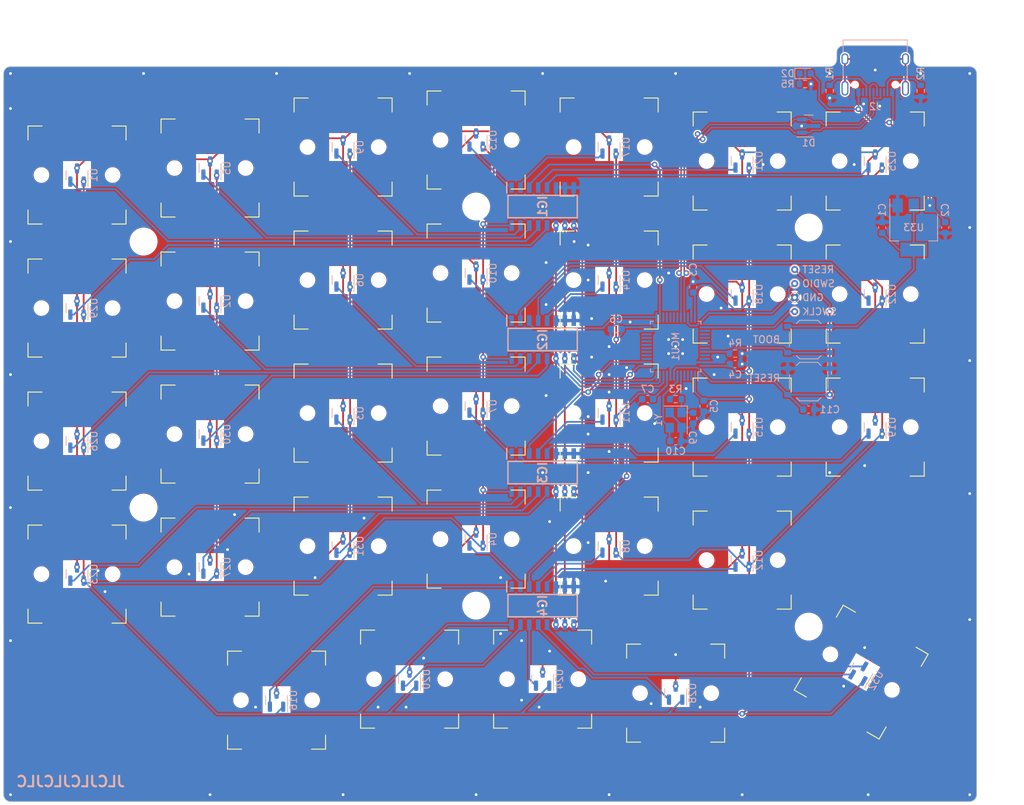
<source format=kicad_pcb>
(kicad_pcb (version 20221018) (generator pcbnew)
  (layers (0 "F.Cu" signal) (31 "B.Cu" signal) (34 "B.Paste" user) (35 "F.Paste" user) (36 "B.SilkS" user "B.Silkscreen") (37 "F.SilkS" user "F.Silkscreen") (38 "B.Mask" user) (39 "F.Mask" user) (44 "Edge.Cuts" user))
  (net 0 "")
  (net 1 "SENS_A_CH4")
  (net 2 "SENS_A_CH6")
  (net 3 "ADC0")
  (net 4 "SENS_A_CH7")
  (net 5 "SENS_A_CH5")
  (net 6 "GND")
  (net 7 "MUX_C")
  (net 8 "MUX_B")
  (net 9 "MUX_A")
  (net 10 "SENS_A_CH3")
  (net 11 "SENS_A_CH0")
  (net 12 "SENS_A_CH1")
  (net 13 "SENS_A_CH2")
  (net 14 "+3.3V")
  (net 15 "SENS_B_CH4")
  (net 16 "SENS_B_CH6")
  (net 17 "ADC1")
  (net 18 "SENS_B_CH7")
  (net 19 "SENS_B_CH5")
  (net 20 "SENS_B_CH3")
  (net 21 "SENS_B_CH0")
  (net 22 "SENS_B_CH1")
  (net 23 "SENS_B_CH2")
  (net 24 "SENS_C_CH4")
  (net 25 "SENS_C_CH6")
  (net 26 "ADC2")
  (net 27 "SENS_C_CH7")
  (net 28 "SENS_C_CH5")
  (net 29 "SENS_C_CH3")
  (net 30 "SENS_C_CH0")
  (net 31 "SENS_C_CH1")
  (net 32 "SENS_C_CH2")
  (net 33 "SENS_D_CH4")
  (net 34 "SENS_D_CH6")
  (net 35 "ADC3")
  (net 36 "SENS_D_CH7")
  (net 37 "SENS_D_CH5")
  (net 38 "SENS_D_CH3")
  (net 39 "SENS_D_CH0")
  (net 40 "SENS_D_CH1")
  (net 41 "SENS_D_CH2")
  (net 45 "RCC_OSC_IN")
  (net 46 "RCC_OSC_OUT")
  (net 47 "NRST")
  (net 48 "+5V")
  (net 57 "Net-(J2-CC1)")
  (net 63 "USB_D+")
  (net 64 "USB_D-")
  (net 65 "SWDIO")
  (net 66 "SWCLK")
  (net 76 "Net-(J2-CC2)")
  (net 78 "unconnected-(J2-SHIELD-PadS1)")
  (net 79 "Net-(C9-Pad1)")
  (net 80 "BOOT")
  (net 81 "Net-(D2-K)")
  (footprint "ember:MX-1U-NoPins" (layer "F.Cu") (at 87.5 112)
    (fp_text reference "H29")
    (fp_text value "KeySwitch" hide)
  )
  (footprint "ember:MX-1U-NoPins" (layer "F.Cu") (at 78 74)
    (fp_text reference "H17")
    (fp_text value "KeySwitch" hide)
  )
  (footprint "MountingHole:MountingHole_3.5mm" (layer "F.Cu") (at 49.5 87.5)
    (fp_text reference "H34")
    (fp_text value "MountingHole")
  )
  (footprint "ember:MX-1U-NoPins" (layer "F.Cu") (at 78 36)
    (fp_text reference "H3")
    (fp_text value "KeySwitch" hide)
  )
  (footprint "ember:MX-1U-NoPins" (layer "F.Cu") (at 135 76)
    (fp_text reference "H20")
    (fp_text value "KeySwitch" hide)
  )
  (footprint "ember:MX-1U-NoPins" (layer "F.Cu") (at 59 39)
    (fp_text reference "H2")
    (fp_text value "KeySwitch" hide)
  )
  (footprint "ember:MX-1U-NoPins" (layer "F.Cu") (at 125.5 114)
    (fp_text reference "H31")
    (fp_text value "KeySwitch" hide)
  )
  (footprint "ember:MX-1U-NoPins" (layer "F.Cu") (at 97 54)
    (fp_text reference "H11")
    (fp_text value "KeySwitch" hide)
  )
  (footprint "ember:MX-1U-NoPins" (layer "F.Cu") (at 116 74)
    (fp_text reference "H19")
    (fp_text value "KeySwitch" hide)
  )
  (footprint "ember:MX-1U-NoPins" (layer "F.Cu") (at 59 58)
    (fp_text reference "H9")
    (fp_text value "KeySwitch" hide)
  )
  (footprint "ember:MX-1U-NoPins" (layer "F.Cu") (at 78 93)
    (fp_text reference "H24")
    (fp_text value "KeySwitch" hide)
  )
  (footprint "ember:MX-1U-NoPins" (layer "F.Cu") (at 154 76)
    (fp_text reference "H21")
    (fp_text value "KeySwitch" hide)
  )
  (footprint "ember:MX-1U-NoPins" (layer "F.Cu") (at 40 40)
    (fp_text reference "H1")
    (fp_text value "KeySwitch" hide)
  )
  (footprint "ember:MX-1U-NoPins" (layer "F.Cu") (at 59 96)
    (fp_text reference "H23")
    (fp_text value "KeySwitch" hide)
  )
  (footprint "ember:MX-1U-NoPins" (layer "F.Cu") (at 78 55)
    (fp_text reference "H10")
    (fp_text value "KeySwitch" hide)
  )
  (footprint "MountingHole:MountingHole_3.5mm" (layer "F.Cu") (at 49.5 49.5)
    (fp_text reference "H33")
    (fp_text value "MountingHole")
  )
  (footprint "ember:MX-1U-NoPins" (layer "F.Cu") (at 154 57)
    (fp_text reference "H14")
    (fp_text value "KeySwitch" hide)
  )
  (footprint "MountingHole:MountingHole_3.5mm" (layer "F.Cu") (at 144.5 47.5)
    (fp_text reference "H37")
    (fp_text value "MountingHole")
  )
  (footprint "ember:MX-1U-NoPins" (layer "F.Cu") (at 152 111 -30)
    (fp_text reference "H32")
    (fp_text value "KeySwitch" hide)
  )
  (footprint "ember:MX-1U-NoPins" (layer "F.Cu") (at 116 36)
    (fp_text reference "H5")
    (fp_text value "KeySwitch" hide)
  )
  (footprint "ember:MX-1U-NoPins" (layer "F.Cu") (at 59 77)
    (fp_text reference "H16")
    (fp_text value "KeySwitch" hide)
  )
  (footprint "ember:MX-1U-NoPins" (layer "F.Cu") (at 154 38)
    (fp_text reference "H7")
    (fp_text value "KeySwitch" hide)
  )
  (footprint "ember:MX-1U-NoPins" (layer "F.Cu") (at 135 57)
    (fp_text reference "H13")
    (fp_text value "KeySwitch" hide)
  )
  (footprint "MountingHole:MountingHole_3.5mm" (layer "F.Cu") (at 144.5 104.5)
    (fp_text reference "H36")
    (fp_text value "MountingHole")
  )
  (footprint "ember:MX-1U-NoPins" (layer "F.Cu") (at 106.5 112)
    (fp_text reference "H30")
    (fp_text value "KeySwitch" hide)
  )
  (footprint "ember:MX-1U-NoPins" (layer "F.Cu") (at 40 59)
    (fp_text reference "H8")
    (fp_text value "KeySwitch" hide)
  )
  (footprint "ember:MX-1U-NoPins" (layer "F.Cu") (at 40 78)
    (fp_text reference "H15")
    (fp_text value "KeySwitch" hide)
  )
  (footprint "ember:MX-1U-NoPins" (layer "F.Cu") (at 97 73)
    (fp_text reference "H18")
    (fp_text value "KeySwitch" hide)
  )
  (footprint "ember:MX-1U-NoPins" (layer "F.Cu") (at 97 92)
    (fp_text reference "H25")
    (fp_text value "KeySwitch" hide)
  )
  (footprint "MountingHole:MountingHole_3.5mm" (layer "F.Cu") (at 97 101.5)
    (fp_text reference "H35")
    (fp_text value "MountingHole")
  )
  (footprint "ember:MX-1U-NoPins" (layer "F.Cu") (at 116 93)
    (fp_text reference "H26")
    (fp_text value "KeySwitch" hide)
  )
  (footprint "ember:MX-1U-NoPins" (layer "F.Cu") (at 116 55)
    (fp_text reference "H12")
    (fp_text value "KeySwitch" hide)
  )
  (footprint "ember:MX-1U-NoPins" (layer "F.Cu") (at 135 38)
    (fp_text reference "H6")
    (fp_text value "KeySwitch" hide)
  )
  (footprint "ember:MX-1U-NoPins" (layer "F.Cu") (at 135 95)
    (fp_text reference "H27")
    (fp_text value "KeySwitch" hide)
  )
  (footprint "ember:MX-1U-NoPins" (layer "F.Cu") (at 68.5 115)
    (fp_text reference "H28")
    (fp_text value "KeySwitch" hide)
  )
  (footprint "MountingHole:MountingHole_3.5mm" (layer "F.Cu") (at 97 44.5)
    (fp_text reference "H38")
    (fp_text value "MountingHole")
  )
  (footprint "ember:MX-1U-NoPins" (layer "F.Cu") (at 97 35)
    (fp_text reference "H4")
    (fp_text value "KeySwitch" hide)
  )
  (footprint "ember:MX-1U-NoPins" (layer "F.Cu") (at 40 97)
    (fp_text reference "H22")
    (fp_text value "KeySwitch" hide)
  )
  (footprint "Package_TO_SOT_SMD:SOT-223-3_TabPin2" (layer "B.Cu") (at 159.5 47.5 -90)
    (fp_text reference "U33")
    (fp_text value "AMS1117-3.3")
  )
  (footprint "Package_TO_SOT_SMD:SOT-23" (layer "B.Cu") (at 59 77 90)
    (fp_text reference "U30")
    (fp_text value "Hall_Sensor")
  )
  (footprint "Package_TO_SOT_SMD:SOT-23" (layer "B.Cu") (at 40 40 90)
    (fp_text reference "U1")
    (fp_text value "Hall_Sensor")
  )
  (footprint "Resistor_SMD:R_0603_1608Metric" (layer "B.Cu") (at 147.5 28 -90)
    (fp_text reference "R1")
    (fp_text value "5.1k")
  )
  (footprint "TestPoint:TestPoint_THTPad_D1.0mm_Drill0.5mm" (layer "B.Cu") (at 142.5 59.5)
    (fp_text reference "TP1")
    (fp_text value "SWCLK")
  )
  (footprint "Resistor_SMD:R_0603_1608Metric" (layer "B.Cu") (at 125.5 72 180)
    (fp_text reference "R3")
    (fp_text value "1k")
  )
  (footprint "Package_TO_SOT_SMD:SOT-23" (layer "B.Cu") (at 78 55 90)
    (fp_text reference "U6")
    (fp_text value "Hall_Sensor")
  )
  (footprint "Capacitor_SMD:C_0603_1608Metric" (layer "B.Cu") (at 134 67)
    (fp_text reference "C4")
    (fp_text value "100n")
  )
  (footprint "Capacitor_SMD:C_0603_1608Metric" (layer "B.Cu") (at 155 47.5 90)
    (fp_text reference "C1")
    (fp_text value "22u")
  )
  (footprint "Package_TO_SOT_SMD:SOT-23" (layer "B.Cu") (at 135 38 90)
    (fp_text reference "U21")
    (fp_text value "Hall_Sensor")
  )
  (footprint "Package_TO_SOT_SMD:SOT-23" (layer "B.Cu") (at 97 73 90)
    (fp_text reference "U7")
    (fp_text value "Hall_Sensor")
  )
  (footprint "Package_TO_SOT_SMD:SOT-23" (layer "B.Cu") (at 116 55 90)
    (fp_text reference "U14")
    (fp_text value "Hall_Sensor")
  )
  (footprint "Package_TO_SOT_SMD:SOT-23" (layer "B.Cu") (at 154 38 90)
    (fp_text reference "U25")
    (fp_text value "Hall_Sensor")
  )
  (footprint "ember:SOIC127P600X175-16N" (layer "B.Cu") (at 106.5 101.5 -90)
    (fp_text reference "IC4")
    (fp_text value "CD4051BM96" hide)
  )
  (footprint "Package_TO_SOT_SMD:SOT-23" (layer "B.Cu") (at 40 97 90)
    (fp_text reference "U23")
    (fp_text value "Hall_Sensor")
  )
  (footprint "Package_TO_SOT_SMD:SOT-23" (layer "B.Cu") (at 152 111 60)
    (fp_text reference "U32")
    (fp_text value "Hall_Sensor")
  )
  (footprint "Button_Switch_SMD:SW_Push_1P1T_XKB_TS-1187A" (layer "B.Cu") (at 144.5 69.5)
    (fp_text reference "SW1")
    (fp_text value "RESET")
  )
  (footprint "Package_QFP:LQFP-48_7x7mm_P0.5mm" (layer "B.Cu") (at 125.5 64.5 90)
    (fp_text reference "MCU1")
    (fp_text value "STM32F303CBTx")
  )
  (footprint "Button_Switch_SMD:SW_Push_1P1T_XKB_TS-1187A" (layer "B.Cu") (at 144.5 63.5)
    (fp_text reference "SW2")
    (fp_text value "BOOT")
  )
  (footprint "Package_TO_SOT_SMD:SOT-23" (layer "B.Cu") (at 97 92 90)
    (fp_text reference "U4")
    (fp_text value "Hall_Sensor")
  )
  (footprint "Capacitor_SMD:C_0603_1608Metric" (layer "B.Cu") (at 128 74.725 -90)
    (fp_text reference "C9")
    (fp_text value "10p")
  )
  (footprint "Package_TO_SOT_SMD:SOT-23" (layer "B.Cu") (at 154 57 90)
    (fp_text reference "U22")
    (fp_text value "Hall_Sensor")
  )
  (footprint "Package_TO_SOT_SMD:SOT-23" (layer "B.Cu") (at 116 74 90)
    (fp_text reference "U11")
    (fp_text value "Hall_Sensor")
  )
  (footprint "ember:SOIC127P600X175-16N" (layer "B.Cu") (at 106.5 44.5 -90)
    (fp_text reference "IC1")
    (fp_text value "CD4051BM96" hide)
  )
  (footprint "Package_TO_SOT_SMD:SOT-23" (layer "B.Cu") (at 87.5 112 90)
    (fp_text reference "U20")
    (fp_text value "Hall_Sensor")
  )
  (footprint "Package_TO_SOT_SMD:SOT-23" (layer "B.Cu") (at 106.5 112 90)
    (fp_text reference "U24")
    (fp_text value "Hall_Sensor")
  )
  (footprint "Capacitor_SMD:C_0603_1608Metric" (layer "B.Cu") (at 164 47.5 -90)
    (fp_text reference "C2")
    (fp_text value "10u")
  )
  (footprint "Package_TO_SOT_SMD:SOT-23" (layer "B.Cu") (at 78 93 90)
    (fp_text reference "U31")
    (fp_text value "Hall_Sensor")
  )
  (footprint "Crystal:Crystal_SMD_3225-4Pin_3.2x2.5mm" (layer "B.Cu") (at 125.5 75 -90)
    (fp_text reference "Y1")
    (fp_text value "16MHz")
  )
  (footprint "Package_TO_SOT_SMD:SOT-23" (layer "B.Cu") (at 135 57 90)
    (fp_text reference "U18")
    (fp_text value "Hall_Sensor")
  )
  (footprint "Package_TO_SOT_SMD:SOT-23" (layer "B.Cu") (at 154 76 90)
    (fp_text reference "U19")
    (fp_text value "Hall_Sensor")
  )
  (footprint "Package_TO_SOT_SMD:SOT-23" (layer "B.Cu") (at 116 36 90)
    (fp_text reference "U17")
    (fp_text value "Hall_Sensor")
  )
  (footprint "Package_TO_SOT_SMD:SOT-23" (layer "B.Cu") (at 59 96 90)
    (fp_text reference "U27")
    (fp_text value "Hall_Sensor")
  )
  (footprint "ember:SOIC127P600X175-16N" (layer "B.Cu") (at 106.5 82.5 -90)
    (fp_text reference "IC3")
    (fp_text value "CD4051BM96" hide)
  )
  (footprint "Package_TO_SOT_SMD:SOT-23" (layer "B.Cu") (at 144.5 33)
    (fp_text reference "D1")
    (fp_text value "D_TVS_Dual_AAC")
  )
  (footprint "Resistor_SMD:R_0603_1608Metric" (layer "B.Cu") (at 144 27)
    (fp_text reference "R5")
    (fp_text value "470")
  )
  (footprint "Package_TO_SOT_SMD:SOT-23" (layer "B.Cu") (at 40 78 90)
    (fp_text reference "U26")
    (fp_text value "Hall_Sensor")
  )
  (footprint "ember:SOIC127P600X175-16N" (layer "B.Cu") (at 106.5 63.5 -90)
    (fp_text reference "IC2")
    (fp_text value "CD4051BM96" hide)
  )
  (footprint "Package_TO_SOT_SMD:SOT-23" (layer "B.Cu") (at 116 93 90)
    (fp_text reference "U8")
    (fp_text value "Hall_Sensor")
  )
  (footprint "Package_TO_SOT_SMD:SOT-23" (layer "B.Cu") (at 135 76 90)
    (fp_text reference "U15")
    (fp_text value "Hall_Sensor")
  )
  (footprint "Package_TO_SOT_SMD:SOT-23" (layer "B.Cu") (at 78 36 90)
    (fp_text reference "U9")
    (fp_text value "Hall_Sensor")
  )
  (footprint "TestPoint:TestPoint_THTPad_D1.0mm_Drill0.5mm" (layer "B.Cu") (at 142.5 55.5)
    (fp_text reference "TP3")
    (fp_text value "SWDIO")
  )
  (footprint "Package_TO_SOT_SMD:SOT-23" (layer "B.Cu") (at 97 54 90)
    (fp_text reference "U10")
    (fp_text value "Hall_Sensor")
  )
  (footprint "Capacitor_SMD:C_0603_1608Metric" (layer "B.Cu") (at 117 62 180)
    (fp_text reference "C6")
    (fp_text value "100n")
  )
  (footprint "Package_TO_SOT_SMD:SOT-23" (layer "B.Cu") (at 59 58 90)
    (fp_text reference "U2")
    (fp_text value "Hall_Sensor")
  )
  (footprint "Package_TO_SOT_SMD:SOT-23" (layer "B.Cu") (at 97 35 90)
    (fp_text reference "U13")
    (fp_text value "Hall_Sensor")
  )
  (footprint "Package_TO_SOT_SMD:SOT-23" (layer "B.Cu") (at 78 74 90)
    (fp_text reference "U3")
    (fp_text value "Hall_Sensor")
  )
  (footprint "TestPoint:TestPoint_THTPad_D1.0mm_Drill0.5mm" (layer "B.Cu") (at 142.5 53.5)
    (fp_text reference "TP4")
    (fp_text value "RESET")
  )
  (footprint "Capacitor_SMD:C_0603_1608Metric" (layer "B.Cu") (at 144.5 73.5)
    (fp_text reference "C11")
    (fp_text value "100n")
  )
  (footprint "Capacitor_SMD:C_0603_1608Metric" (layer "B.Cu") (at 121.5 72 180)
    (fp_text reference "C7")
    (fp_text value "10n")
  )
  (footprint "Connector_USB:USB_C_Receptacle_XKB_U262-16XN-4BVC11" (layer "B.Cu") (at 154 24.5)
    (fp_text reference "J2")
    (fp_text value "USB_C_Receptacle_USB2.0")
  )
  (footprint "TestPoint:TestPoint_THTPad_D1.0mm_Drill0.5mm" (layer "B.Cu") (at 142.5 57.5)
    (fp_text reference "TP2")
    (fp_text value "GND")
  )
  (footprint "Capacitor_SMD:C_0603_1608Metric" (layer "B.Cu") (at 125.5 78)
    (fp_text reference "C10")
    (fp_text value "10p")
  )
  (footprint "Package_TO_SOT_SMD:SOT-23" (layer "B.Cu") (at 135 95 90)
    (fp_text reference "U12")
    (fp_text value "Hall_Sensor")
  )
  (footprint "Package_TO_SOT_SMD:SOT-23" (layer "B.Cu") (at 40 59 90)
    (fp_text reference "U29")
    (fp_text value "Hall_Sensor")
  )
  (footprint "Resistor_SMD:R_0603_1608Metric" (layer "B.Cu") (at 134 65.5)
    (fp_text reference "R4")
    (fp_text value "1k")
  )
  (footprint "Resistor_SMD:R_0603_1608Metric" (layer "B.Cu") (at 160.5 28 -90)
    (fp_text reference "R2")
    (fp_text value "5.1k")
  )
  (footprint "Capacitor_SMD:C_0603_1608Metric" (layer "B.Cu") (at 128 56 90)
    (fp_text reference "C3")
    (fp_text value "100n")
  )
  (footprint "Package_TO_SOT_SMD:SOT-23" (layer "B.Cu") (at 59 39 90)
    (fp_text reference "U5")
    (fp_text value "Hall_Sensor")
  )
  (footprint "Capacitor_SMD:C_0603_1608Metric" (layer "B.Cu") (at 129.5 73 -90)
    (fp_text reference "C5")
    (fp_text value "100n")
  )
  (footprint "LED_SMD:LED_0603_1608Metric" (layer "B.Cu") (at 144 25.5)
    (fp_text reference "D2")
    (fp_text value "LED")
  )
  (footprint "Package_TO_SOT_SMD:SOT-23" (layer "B.Cu") (at 68.5 115 90)
    (fp_text reference "U16")
    (fp_text value "Hall_Sensor")
  )
  (footprint "Package_TO_SOT_SMD:SOT-23" (layer "B.Cu") (at 125.5 114 90)
    (fp_text reference "U28")
    (fp_text value "Hall_Sensor")
  )
  (gr_line (start 159.5 23.5) (end 159.5 22.5) (stroke (width 0.1)) (layer "Edge.Cuts"))
  (gr_line (start 148.5 22.5) (end 148.5 23.5) (stroke (width 0.1)) (layer "Edge.Cuts"))
  (gr_arc (start 148.5 22.5) (mid 148.792893 21.792893) (end 149.5 21.5) (stroke (width 0.1)) (layer "Edge.Cuts"))
  (gr_line (start 147.5 24.5) (end 30.5 24.5) (stroke (width 0.1)) (layer "Edge.Cuts"))
  (gr_arc (start 167.5 24.5) (mid 168.207107 24.792893) (end 168.5 25.5) (stroke (width 0.1)) (layer "Edge.Cuts"))
  (gr_line (start 158.5 21.5) (end 149.5 21.5) (stroke (width 0.1)) (layer "Edge.Cuts"))
  (gr_line (start 29.5 25.5) (end 29.5 128.5) (stroke (width 0.1)) (layer "Edge.Cuts"))
  (gr_arc (start 160.5 24.5) (mid 159.792893 24.207107) (end 159.5 23.5) (stroke (width 0.1)) (layer "Edge.Cuts"))
  (gr_arc (start 168.5 128.5) (mid 168.207107 129.207107) (end 167.5 129.5) (stroke (width 0.1)) (layer "Edge.Cuts"))
  (gr_arc (start 30.5 129.5) (mid 29.792893 129.207107) (end 29.5 128.5) (stroke (width 0.1)) (layer "Edge.Cuts"))
  (gr_arc (start 148.5 23.5) (mid 148.207107 24.207107) (end 147.5 24.5) (stroke (width 0.1)) (layer "Edge.Cuts"))
  (gr_line (start 160.5 24.5) (end 167.5 24.5) (stroke (width 0.1)) (layer "Edge.Cuts"))
  (gr_line (start 167.5 129.5) (end 30.5 129.5) (stroke (width 0.1)) (layer "Edge.Cuts"))
  (gr_line (start 168.5 128.5) (end 168.5 25.5) (stroke (width 0.1)) (layer "Edge.Cuts"))
  (gr_arc (start 29.5 25.5) (mid 29.792893 24.792893) (end 30.5 24.5) (stroke (width 0.1)) (layer "Edge.Cuts"))
  (gr_arc (start 158.5 21.5) (mid 159.207107 21.792893) (end 159.5 22.5) (stroke (width 0.1)) (layer "Edge.Cuts"))
  (gr_text "JLCJLCJLCJLC" (at 47 127.5) (layer "B.SilkS") (effects (font (size 1.5 1.5) (thickness 0.3) bold) (justify left bottom mirror)))
  (segment (start 101.9005 41.788) (end 96.05 35.9375) (width 0.25) (layer "B.Cu") (net 1))
  (segment (start 102.055 41.788) (end 101.9005 41.788) (width 0.25) (layer "B.Cu") (net 1))
  (segment (start 114.4875 37.5) (end 115.05 36.9375) (width 0.25) (layer "B.Cu") (net 2))
  (segment (start 103.325 41.788) (end 103.325 41.3205) (width 0.25) (layer "B.Cu") (net 2))
  (segment (start 103.325 41.3205) (end 107.1455 37.5) (width 0.25) (layer "B.Cu") (net 2))
  (segment (start 107.1455 37.5) (end 114.4875 37.5) (width 0.25) (layer "B.Cu") (net 2))
  (segment (start 123.25 39.25) (end 122.5 38.5) (width 0.25) (layer "F.Cu") (net 3))
  (segment (start 123.25 55) (end 123.25 39.25) (width 0.25) (layer "F.Cu") (net 3))
  (via (at 122.5 38.5) (size 0.8) (drill 0.4) (layers "F.Cu" "B.Cu") (net 3))
  (via (at 123.25 55) (size 0.8) (drill 0.4) (layers "F.Cu" "B.Cu") (net 3))
  (segment (start 123.25 60.3375) (end 123.25 55) (width 0.25) (layer "B.Cu") (net 3))
  (segment (start 122.5 38.5) (end 107.4455 38.5) (width 0.25) (layer "B.Cu") (net 3))
  (segment (start 104.595 41.3505) (end 104.595 41.788) (width 0.25) (layer "B.Cu") (net 3))
  (segment (start 107.4455 38.5) (end 104.595 41.3505) (width 0.25) (layer "B.Cu") (net 3))
  (segment (start 105.865 41.788) (end 105.865 41.3505) (width 0.25) (layer "B.Cu") (net 4))
  (segment (start 107.9655 39.25) (end 133.7375 39.25) (width 0.25) (layer "B.Cu") (net 4))
  (segment (start 133.7375 39.25) (end 134.05 38.9375) (width 0.25) (layer "B.Cu") (net 4))
  (segment (start 105.865 41.3505) (end 107.9655 39.25) (width 0.25) (layer "B.Cu") (net 4))
  (segment (start 151.9875 40) (end 153.05 38.9375) (width 0.25) (layer "B.Cu") (net 5))
  (segment (start 107.135 41.365) (end 108.5 40) (width 0.25) (layer "B.Cu") (net 5))
  (segment (start 108.5 40) (end 151.9875 40) (width 0.25) (layer "B.Cu") (net 5))
  (segment (start 107.135 41.788) (end 107.135 41.365) (width 0.25) (layer "B.Cu") (net 5))
  (segment (start 114.75 33.75) (end 116 35) (width 0.25) (layer "F.Cu") (net 6))
  (segment (start 135 75.0625) (end 135 94.0625) (width 0.25) (layer "F.Cu") (net 6))
  (segment (start 78 54) (end 78 73) (width 0.25) (layer "F.Cu") (net 6))
  (segment (start 154 67.5) (end 154 75.0625) (width 0.25) (layer "F.Cu") (net 6))
  (segment (start 135 56.0625) (end 135 65.5) (width 0.25) (layer "F.Cu") (net 6))
  (segment (start 78 35) (end 78 54) (width 0.25) (layer "F.Cu") (net 6))
  (segment (start 59 76) (end 59 57) (width 0.25) (layer "F.Cu") (net 6))
  (segment (start 116 68.5) (end 116 64.5) (width 0.25) (layer "F.Cu") (net 6))
  (segment (start 116 73) (end 116 71) (width 0.25) (layer "F.Cu") (net 6))
  (segment (start 59 38) (end 62.25 34.75) (width 0.25) (layer "F.Cu") (net 6))
  (segment (start 116 64.5) (end 116 54) (width 0.25) (layer "F.Cu") (net 6))
  (segment (start 62.25 34.75) (end 77.75 34.75) (width 0.25) (layer "F.Cu") (net 6))
  (segment (start 59 57) (end 59 38) (width 0.25) (layer "F.Cu") (net 6))
  (segment (start 145.5 27) (end 144.825 27) (width 0.25) (layer "F.Cu") (net 6))
  (segment (start 97 34) (end 97.25 33.75) (width 0.25) (layer "F.Cu") (net 6))
  (segment (start 117 31.5) (end 114.75 33.75) (width 0.25) (layer "F.Cu") (net 6))
  (segment (start 77.75 34.75) (end 78 35) (width 0.25) (layer "F.Cu") (net 6))
  (segment (start 96.75 33.75) (end 97 34) (width 0.25) (layer "F.Cu") (net 6))
  (segment (start 135 67) (end 135 75.0625) (width 0.25) (layer "F.Cu") (net 6))
  (segment (start 135 65.5) (end 135 67) (width 0.25) (layer "F.Cu") (net 6))
  (segment (start 58.75 37.75) (end 59 38) (width 0.25) (layer "F.Cu") (net 6))
  (segment (start 87.5 111) (end 87.5 100.5) (width 0.25) (layer "F.Cu") (net 6))
  (segment (start 115.5 98) (end 116 97.5) (width 0.25) (layer "F.Cu") (net 6))
  (segment (start 125.5 103.5625) (end 135 94.0625) (width 0.25) (layer "F.Cu") (net 6))
  (segment (start 41.25 37.75) (end 58.75 37.75) (width 0.25) (layer "F.Cu") (net 6))
  (segment (start 116 97.5) (end 116 92) (width 0.25) (layer "F.Cu") (net 6))
  (segment (start 144.825 27) (end 144.825 29.919302) (width 0.25) (layer "F.Cu") (net 6))
  (segment (start 40 39) (end 41.25 37.75) (width 0.25) (layer "F.Cu") (net 6))
  (segment (start 153 55.0625) (end 154 56.0625) (width 0.25) (layer "F.Cu") (net 6))
  (segment (start 87.5 100.5) (end 97 91) (width 0.25) (layer "F.Cu") (net 6))
  (segment (start 116 92) (end 116 79.5) (width 0.25) (layer "F.Cu") (net 6))
  (segment (start 152.9375 55) (end 154 56.0625) (width 0.25) (layer "F.Cu") (net 6))
  (segment (start 94.5 36.5) (end 94.5 50.5) (width 0.25) (layer "F.Cu") (net 6))
  (segment (start 97.25 33.75) (end 114.75 33.75) (width 0.25) (layer "F.Cu") (net 6))
  (segment (start 59 95) (end 59 76) (width 0.25) (layer "F.Cu") (net 6))
  (segment (start 144.825 31.675) (end 144.825 29.919302) (width 0.25) (layer "F.Cu") (net 6))
  (segment (start 135 37) (end 135 56.0625) (width 0.25) (layer "F.Cu") (net 6))
  (segment (start 142.5 57.5) (end 145 55) (width 0.25) (layer "F.Cu") (net 6))
  (segment (start 79.25 33.75) (end 96.75 33.75) (width 0.25) (layer "F.Cu") (net 6))
  (segment (start 97 53) (end 97 72) (width 0.25) (layer "F.Cu") (net 6))
  (segment (start 68.5 114) (end 68.5 101.5) (width 0.25) (layer "F.Cu") (net 6))
  (segment (start 154 37) (end 153 38) (width 0.25) (layer "F.Cu") (net 6))
  (segment (start 78 73) (end 78 92) (width 0.25) (layer "F.Cu") (net 6))
  (segment (start 116 71) (end 116 68.5) (width 0.25) (layer "F.Cu") (net 6))
  (segment (start 125.5 108.5) (end 125.5 103.5625) (width 0.25) (layer "F.Cu") (net 6))
  (segment (start 134.5 66) (end 131.5 66) (width 0.25) (layer "F.Cu") (net 6))
  (segment (start 125.5 113) (end 125.5 110) (width 0.25) (layer "F.Cu") (net 6))
  (segment (start 78 35) (end 79.25 33.75) (width 0.25) (layer "F.Cu") (net 6))
  (segment (start 94.5 50.5) (end 97 53) (width 0.25) (layer "F.Cu") (net 6))
  (segment (start 143.5 33) (end 144.825 31.675) (width 0.25) (layer "F.Cu") (net 6))
  (segment (start 40 58) (end 40 77) (width 0.25) (layer "F.Cu") (net 6))
  (segment (start 125.5 110) (end 125.5 108.5) (width 0.25) (layer "F.Cu") (net 6))
  (segment (start 145 55) (end 152.9375 55) (width 0.25) (layer "F.Cu") (net 6))
  (segment (start 151 67.5) (end 154 67.5) (width 0.25) (layer "F.Cu") (net 6))
  (segment (start 129.5 31.5) (end 143.244302 31.5) (width 0.25) (layer "F.Cu") (net 6))
  (segment (start 135 65.5) (end 134.5 66) (width 0.25) (layer "F.Cu") (net 6))
  (segment (start 135 56.0625) (end 134.1625 55.225) (width 0.25) (layer "F.Cu") (net 6))
  (segment (start 154 56.0625) (end 154 67.5) (width 0.25) (layer "F.Cu") (net 6))
  (segment (start 97 72) (end 97 91) (width 0.25) (layer "F.Cu") (net 6))
  (segment (start 147.5 29) (end 145.5 27) (width 0.25) (layer "F.Cu") (net 6))
  (segment (start 68.5 101.5) (end 78 92) (width 0.25) (layer "F.Cu") (net 6))
  (segment (start 40 77) (end 40 96) (width 0.25) (layer "F.Cu") (net 6))
  (segment (start 106.5 111) (end 106.5 101.5) (width 0.25) (layer "F.Cu") (net 6))
  (segment (start 153 38) (end 153 55.0625) (width 0.25) (layer "F.Cu") (net 6))
  (segment (start 134.1625 55.225) (end 128 55.225) (width 0.25) (layer "F.Cu") (net 6))
  (segment (start 116 79.5) (end 116 73) (width 0.25) (layer "F.Cu") (net 6))
  (segment (start 143.244302 31.5) (end 144.825 29.919302) (width 0.25) (layer "F.Cu") (net 6))
  (segment (start 129.5 31.5) (end 117 31.5) (width 0.25) (layer "F.Cu") (net 6))
  (segment (start 97 34) (end 94.5 36.5) (width 0.25) (layer "F.Cu") (net 6))
  (segment (start 116 54) (end 116 35) (width 0.25) (layer "F.Cu") (net 6))
  (segment (start 135 37) (end 129.5 31.5) (width 0.25) (layer "F.Cu") (net 6))
  (segment (start 40 39) (end 40 58) (width 0.25) (layer "F.Cu") (net 6))
  (via (at 147.5 25.5) (size 0.8) (drill 0.4) (layers "F.Cu" "B.Cu") (net 6))
  (via (at 152.5 107.5) (size 0.8) (drill 0.4) (layers "F.Cu" "B.Cu") (net 6))
  (via (at 116 35) (size 0.8) (drill 0.4) (layers "F.Cu" "B.Cu") (net 6))
  (via (at 152.5 81.5) (size 0.8) (drill 0.4) (layers "F.Cu" "B.Cu") (net 6))
  (via (at 154 75.0625) (size 0.8) (drill 0.4) (layers "F.Cu" "B.Cu") (net 6))
  (via (at 113 77) (size 0.8) (drill 0.4) (layers "F.Cu" "B.Cu") (net 6))
  (via (at 44 99.5) (size 0.8) (drill 0.4) (layers "F.Cu" "B.Cu") (net 6))
  (via (at 118.5 67.5) (size 0.8) (drill 0.4) (layers "F.Cu" "B.Cu") (net 6))
  (via (at 30.5 68.5) (size 0.8) (drill 0.4) (layers "F.Cu" "B.Cu") (net 6))
  (via (at 113 50) (size 0.8) (drill 0.4) (layers "F.Cu" "B.Cu") (net 6))
  (via (at 116 73) (size 0.8) (drill 0.4) (layers "F.Cu" "B.Cu") (net 6))
  (via (at 107 58.5) (size 0.8) (drill 0.4) (layers "F.Cu" "B.Cu") (net 6))
  (via (at 167.5 47.5) (size 0.8) (drill 0.4) (layers "F.Cu" "B.Cu") (net 6))
  (via (at 132 59) (size 0.8) (drill 0.4) (layers "F.Cu" "B.Cu") (net 6))
  (via (at 131.5 66) (size 0.8) (drill 0.4) (layers "F.Cu" "B.Cu") (net 6))
  (via (at 113 82.5) (size 0.8) (drill 0.4) (layers "F.Cu" "B.Cu") (net 6))
  (via (at 107.5 89.5) (size 0.8) (drill 0.4) (layers "F.Cu" "B.Cu") (net 6))
  (via (at 125.5 108.5) (size 0.8) (drill 0.4) (layers "F.Cu" "B.Cu") (net 6))
  (via (at 135 67) (size 0.8) (drill 0.4) (layers "F.Cu" "B.Cu") (net 6))
  (via (at 160.5 25.5) (size 0.8) (drill 0.4) (layers "F.Cu" "B.Cu") (net 6))
  (via (at 154 37) (size 0.8) (drill 0.4) (layers "F.Cu" "B.Cu") (net 6))
  (via (at 97 128.5) (size 0.8) (drill 0.4) (layers "F.Cu" "B.Cu") (net 6))
  (via (at 30.5 87.5) (size 0.8) (drill 0.4) (layers "F.Cu" "B.Cu") (net 6))
  (via (at 122.5 75.5) (size 0.8) (drill 0.4) (layers "F.Cu" "B.Cu") (net 6))
  (via (at 131 68.5) (size 0.8) (drill 0.4) (layers "F.Cu" "B.Cu") (net 6))
  (via (at 56 97) (size 0.8) (drill 0.4) (layers "F.Cu" "B.Cu") (net 6))
  (via (at 40 58) (size 0.8) (drill 0.4) (layers "F.Cu" "B.Cu") (net 6))
  (via (at 106.5 82.5) (size 0.8) (drill 0.4) (layers "F.Cu" "B.Cu") (net 6))
  (via (at 30.5 49.5) (size 0.8) (drill 0.4) (layers "F.Cu" "B.Cu") (net 6))
  (via (at 106.5 111) (size 0.8) (drill 0.4) (layers "F.Cu" "B.Cu") (net 6))
  (via (at 78 128.5) (size 0.8) (drill 0.4) (layers "F.Cu" "B.Cu") (net 6))
  (via (at 89.5 109) (size 0.8) (drill 0.4) (layers "F.Cu" "B.Cu") (net 6))
  (via (at 40 96) (size 0.8) (drill 0.4) (layers "F.Cu" "B.Cu") (net 6))
  (via (at 116 92) (size 0.8) (drill 0.4) (layers "F.Cu" "B.Cu") (net 6))
  (via (at 115.5 98) (size 0.8) (drill 0.4) (layers "F.Cu" "B.Cu") (net 6))
  (via (at 97 53) (size 0.8) (drill 0.4) (layers "F.Cu" "B.Cu") (net 6))
  (via (at 43 96.5) (size 0.8) (drill 0.4) (layers "F.Cu" "B.Cu") (net 6))
  (via (at 103.5 106.5) (size 0.8) (drill 0.4) (layers "F.Cu" "B.Cu") (net 6))
  (via (at 167.5 103.5) (size 0.8) (drill 0.4) (layers "F.Cu" "B.Cu") (net 6))
  (via (at 113 55) (size 0.8) (drill 0.4) (layers "F.Cu" "B.Cu") (net 6))
  (via (at 59 95) (size 0.8) (drill 0.4) (layers "F.Cu" "B.Cu") (net 6))
  (via (at 125.5 25.5) (size 0.8) (drill 0.4) (layers "F.Cu" "B.Cu") (net 6))
  (via (at 59 76) (size 0.8) (drill 0.4) (layers "F.Cu" "B.Cu") (net 6))
  (via (at 107 52.5) (size 0.8) (drill 0.4) (layers "F.Cu" "B.Cu") (net 6))
  (via (at 106 116) (size 0.8) (drill 0.4) (layers "F.Cu" "B.Cu") (net 6))
  (via (at 119 61) (size 0.8) (drill 0.4) (layers "F.Cu" "B.Cu") (net 6))
  (via (at 106.5 63.5) (size 0.8) (drill 0.4) (layers "F.Cu" "B.Cu") (net 6))
  (via (at 106.5 44.5) (size 0.8) (drill 0.4) (layers "F.Cu" "B.Cu") (net 6))
  (via (at 30.5 128.5) (size 0.8) (drill 0.4) (layers "F.Cu" "B.Cu") (net 6))
  (via (at 126.5 65.5) (size 0.8) (drill 0.4) (layers "F.Cu" "B.Cu") (net 6))
  (via (at 153 128.5) (size 0.8) (drill 0.4) (layers "F.Cu" "B.Cu") (net 6))
  (via (at 100.5 97.5) (size 0.8) (drill 0.4) (layers "F.Cu" "B.Cu") (net 6))
  (via (at 135 37) (size 0.8) (drill 0.4) (layers "F.Cu" "B.Cu") (net 6))
  (via (at 68.5 114) (size 0.8) (drill 0.4) (layers "F.Cu" "B.Cu") (net 6))
  (via (at 116 68.5) (size 0.8) (drill 0.4) (layers "F.Cu" "B.Cu") (net 6))
  (via (at 111 49.5) (size 0.8) (drill 0.4) (layers "F.Cu" "B.Cu") (net 6))
  (via (at 107 71.5) (size 0.8) (drill 0.4) (layers "F.Cu" "B.Cu") (net 6))
  (via (at 135 94.0625) (size 0.8) (drill 0.4) (layers "F.Cu" "B.Cu") (net 6))
  (via (at 113.5 66) (size 0.8) (drill 0.4) (layers "F.Cu" "B.Cu") (net 6))
  (via (at 87.5 111) (size 0.8) (drill 0.4) (layers "F.Cu" "B.Cu") (net 6))
  (via (at 68.5 25.5) (size 0.8) (drill 0.4) (layers "F.Cu" "B.Cu") (net 6))
  (via (at 167.5 85.5) (size 0.8) (drill 0.4) (layers "F.Cu" "B.Cu") (net 6))
  (via (at 116 71) (size 0.8) (drill 0.4) (layers "F.Cu" "B.Cu") (net 6))
  (via (at 144.825 27) (size 0.8) (drill 0.4) (layers "F.Cu" "B.Cu") (net 6))
  (via (at 87.5 25.5) (size 0.8) (drill 0.4) (layers "F.Cu" "B.Cu") (net 6))
  (via (at 135 128.5) (size 0.8) (drill 0.4) (layers "F.Cu" "B.Cu") (net 6))
  (via (at 151 38.5) (size 0.8) (drill 0.4) (layers "F.Cu" "B.Cu") (net 6))
  (via (at 143.5 33) (size 0.8) (drill 0.4) (layers "F.Cu" "B.Cu") (net 6))
  (via (at 126.5 63.5) (size 0.8) (drill 0.4) (layers "F.Cu" "B.Cu") (net 6))
  (via (at 87 116) (size 0.8) (drill 0.4) (layers "F.Cu" "B.Cu") (net 6))
  (via (at 78 35) (size 0.8) (drill 0.4) (layers "F.Cu" "B.Cu") (net 6))
  (via (at 61.5 93.5) (size 0.8) (drill 0.4) (layers "F.Cu" "B.Cu") (net 6))
  (via (at 100.5 105.5) (size 0.8) (drill 0.4) (layers "F.Cu" "B.Cu") (net 6))
  (via (at 97 72) (size 0.8) (drill 0.4) (layers "F.Cu" "B.Cu") (net 6))
  (via (at 106.5 25.5) (size 0.8) (drill 0.4) (layers "F.Cu" "B.Cu") (net 6))
  (via (at 30.5 106.5) (size 0.8) (drill 0.4) (layers "F.Cu" "B.Cu") (net 6))
  (via (at 135 75.0625) (size 0.8) (drill 0.4) (layers "F.Cu" "B.Cu") (net 6))
  (via (at 30.5 25.5) (size 0.8) (drill 0.4) (layers "F.Cu" "B.Cu") (net 6))
  (via (at 78 54) (size 0.8) (drill 0.4) (layers "F.Cu" "B.Cu") (net 6))
  (via (at 147.5 82.5) (size 0.8) (drill 0.4) (layers "F.Cu" "B.Cu") (net 6))
  (via (at 59 38) (size 0.8) (drill 0.4) (layers "F.Cu" "B.Cu") (net 6))
  (via (at 106.5 101.5) (size 0.8) (drill 0.4) (layers "F.Cu" "B.Cu") (net 6))
  (via (at 138 38.5) (size 0.8) (drill 0.4) (layers "F.Cu" "B.Cu") (net 6))
  (via (at 97 34) (size 0.8) (drill 0.4) (layers "F.Cu" "B.Cu") (net 6))
  (via (at 167.5 128.5) (size 0.8) (drill 0.4) (layers "F.Cu" "B.Cu") (net 6))
  (via (at 49.5 25.5) (size 0.8) (drill 0.4) (layers "F.Cu" "B.Cu") (net 6))
  (via (at 62.5 88.5) (size 0.8) (drill 0.4) (layers "F.Cu" "B.Cu") (net 6))
  (via (at 167.5 25.5) (size 0.8) (drill 0.4) (layers "F.Cu" "B.Cu") (net 6))
  (via (at 154 25) (size 0.8) (drill 0.4) (layers "F.Cu" "B.Cu") (net 6))
  (via (at 40 77) (size 0.8) (drill 0.4) (layers "F.Cu" "B.Cu") (net 6))
  (via (at 116 54) (size 0.8) (drill 0.4) (layers "F.Cu" "B.Cu") (net 6))
  (via (at 103.5 115) (size 0.8) (drill 0.4) (layers "F.Cu" "B.Cu") (net 6))
  (via (at 30.5 30.5) (size 0.8) (drill 0.4) (layers "F.Cu" "B.Cu") (net 6))
  (via (at 78 92) (size 0.8) (drill 0.4) (layers "F.Cu" "B.Cu") (net 6))
  (via (at 124.5 54) (size 0.8) (drill 0.4) (layers "F.Cu" "B.Cu") (net 6))
  (via (at 147.5 29) (size 0.8) (drill 0.4) (layers "F.Cu" "B.Cu") (net 6))
  (via (at 127 70.5) (size 0.8) (drill 0.4) (layers "F.Cu" "B.Cu") (net 6))
  (via (at 124.5 65.5) (size 0.8) (drill 0.4) (layers "F.Cu" "B.Cu") (net 6))
  (via (at 124.5 63.5) (size 0.8) (drill 0.4) (layers "F.Cu" "B.Cu") (net 6))
  (via (at 129 116) (size 0.8) (drill 0.4) (layers "F.Cu" "B.Cu") (net 6))
  (via (at 154.654075 30.154075) (size 0.8) (drill 0.4) (layers "F.Cu" "B.Cu") (net 6))
  (via (at 122 115.5) (size 0.8) (drill 0.4) (layers "F.Cu" "B.Cu") (net 6))
  (via (at 113 92.5) (size 0.8) (drill 0.4) (layers "F.Cu" "B.Cu") (net 6))
  (via (at 149.5 113) (size 0.8) (drill 0.4) (layers "F.Cu" "B.Cu") (net 6))
  (via (at 113.5 60.5) (size 0.8) (drill 0.4) (layers "F.Cu" "B.Cu") (net 6))
  (via (at 107.5 108) (size 0.8) (drill 0.4) (layers "F.Cu" "B.Cu") (net 6))
  (via (at 59 57) (size 0.8) (drill 0.4) (layers "F.Cu" "B.Cu") (net 6))
  (via (at 125.5 64.5) (size 0.8) (drill 0.4) (layers "F.Cu" "B.Cu") (net 6))
  (via (at 133 63) (size 0.8) (drill 0.4) (layers "F.Cu" "B.Cu") (net 6))
  (via (at 135 56.0625) (size 0.8) (drill 0.4) (layers "F.Cu" "B.Cu") (net 6))
  (via (at 97 91) (size 0.8) (drill 0.4) (layers "F.Cu" "B.Cu") (net 6))
  (via (at 83 116) (size 0.8) (drill 0.4) (layers "F.Cu" "B.Cu") (net 6))
  (via (at 135 65.5) (size 0.8) (drill 0.4) (layers "F.Cu" "B.Cu") (net 6))
  (via (at 113 74.5) (size 0.8) (drill 0.4) (layers "F.Cu" "B.Cu") (net 6))
  (via (at 81 89) (size 0.8) (drill 0.4) (layers "F.Cu" "B.Cu") (net 6))
  (via (at 65.5 116) (size 0.8) (drill 0.4) (layers "F.Cu" "B.Cu") (net 6))
  (via (at 59 128.5) (size 0.8) (drill 0.4) (layers "F.Cu" "B.Cu") (net 6))
  (via (at 40 39) (size 0.8) (drill 0.4) (layers "F.Cu" "B.Cu") (net 6))
  (via (at 116 128.5) (size 0.8) (drill 0.4) (layers "F.Cu" "B.Cu") (net 6))
  (via (at 152.345925 29.845925) (size 0.8) (drill 0.4) (layers "F.Cu" "B.Cu") (net 6))
  (via (at 74 97.5) (size 0.8) (drill 0.4) (layers "F.Cu" "B.Cu") (net 6))
  (via (at 167.5 66.5) (size 0.8) (drill 0.4) (layers "F.Cu" "B.Cu") (net 6))
  (via (at 125.5 113) (size 0.8) (drill 0.4) (layers "F.Cu" "B.Cu") (net 6))
  (via (at 116 64.5) (size 0.8) (drill 0.4) (layers "F.Cu" "B.Cu") (net 6))
  (via (at 116 79.5) (size 0.8) (drill 0.4) (layers "F.Cu" "B.Cu") (net 6))
  (via (at 128 55.225) (size 0.8) (drill 0.4) (layers "F.Cu" "B.Cu") (net 6))
  (via (at 154 56.0625) (size 0.8) (drill 0.4) (layers "F.Cu" "B.Cu") (net 6))
  (via (at 78 73) (size 0.8) (drill 0.4) (layers "F.Cu" "B.Cu") (net 6))
  (segment (start 108.405 41.788) (end 109.675 41.788) (width 0.25) (layer "B.Cu") (net 6))
  (segment (start 125.275 79) (end 126.275 78) (width 0.25) (layer "B.Cu") (net 6))
  (segment (start 119.83 72.895) (end 119.83 74.517767) (width 0.25) (layer "B.Cu") (net 6))
  (segment (start 127.75 57.777817) (end 127.2 57.227817) (width 0.25) (layer "B.Cu") (net 6))
  (segment (start 108.405 98.788) (end 109.675 98.788) (width 0.25) (layer "B.Cu") (net 6))
  (segment (start 152.46875 110.188101) (end 127.188101 110.188101) (width 0.25) (layer "B.Cu") (net 6))
  (segment (start 130.75 66.75) (end 131.5 66) (width 0.25) (layer "B.Cu") (net 6))
  (segment (start 124.65 73.9) (end 124.65 74) (width 0.25) (layer "B.Cu") (net 6))
  (segment (start 127.2 56.025) (end 128 55.225) (width 0.25) (layer "B.Cu") (net 6))
  (segment (start 153.6875 36.75) (end 135.3125 36.75) (width 0.25) (layer "B.Cu") (net 6))
  (segment (start 145.4375 33) (end 143.5 33) (width 0.25) (layer "B.Cu") (net 6))
  (segment (start 147.625 67.5) (end 147.5 67.625) (width 0.25) (layer "B.Cu") (net 6))
  (segment (start 119.83 74.517767) (end 124.312233 79) (width 0.25) (layer "B.Cu") (net 6))
  (segment (start 114.712 98.788) (end 115.5 98) (width 0.25) (layer "B.Cu") (net 6))
  (segment (start 118.284315 64.5) (end 116 64.5) (width 0.25) (layer "B.Cu") (net 6))
  (segment (start 110.945 98.788) (end 114.712 98.788) (width 0.25) (layer "B.Cu") (net 6))
  (segment (start 129.5 73.775) (end 127 71.275) (width 0.25) (layer "B.Cu") (net 6))
  (segment (start 126.35 76.1) (end 126.35 77.925) (width 0.25) (layer "B.Cu") (net 6))
  (segment (start 120.534315 62.25) (end 118.284315 64.5) (width 0.25) (layer "B.Cu") (net 6))
  (segment (start 147.5 28.825) (end 147.5 28.825) (width 0.25) (layer "B.Cu") (net 6))
  (segment (start 147.5 29) (end 147.675 29) (width 0.25) (layer "B.Cu") (net 6))
  (segment (start 124.75 67.722919) (end 125.722919 66.75) (width 0.25) (layer "B.Cu") (net 6))
  (segment (start 124.75 68.6625) (end 124.75 67.722919) (width 0.25) (layer "B.Cu") (net 6))
  (segment (start 135 74.5) (end 135 75.0625) (width 0.25) (layer "B.Cu") (net 6))
  (segment (start 126.35 75.7) (end 126.35 76.1) (width 0.25) (layer "B.Cu") (net 6))
  (segment (start 108.405 79.788) (end 109.675 79.788) (width 0.25) (layer "B.Cu") (net 6))
  (segment (start 110.945 79.788) (end 115.712 79.788) (width 0.25) (layer "B.Cu") (net 6))
  (segment (start 126.35 76.1) (end 127.4 76.1) (width 0.25) (layer "B.Cu") (net 6))
  (segment (start 108.405 98.788) (end 108.405 99.595) (width 0.25) (layer "B.Cu") (net 6))
  (segment (start 157.35 28.17) (end 157.35 28.595) (width 0.25) (layer "B.Cu") (net 6))
  (segment (start 127.4 76.1) (end 128 75.5) (width 0.25) (layer "B.Cu") (net 6))
  (segment (start 134.825 66.95) (end 134.775 67) (width 0.25) (layer "B.Cu") (net 6))
  (segment (start 127 71.275) (end 127 70.5) (width 0.25) (layer "B.Cu") (net 6))
  (segment (start 129.6625 66.75) (end 130.75 66.75) (width 0.25) (layer "B.Cu") (net 6))
  (segment (start 157.735 28.98) (end 160.345 28.98) (width 0.25) (layer "B.Cu") (net 6))
  (segment (start 117.225 61) (end 119 61) (width 0.25) (layer "B.Cu") (net 6))
  (segment (start 127.188101 110.188101) (end 125.5 108.5) (width 0.25) (layer "B.Cu") (net 6))
  (segment (start 108.405 60.788) (end 109.675 60.788) (width 0.25) (layer "B.Cu") (net 6))
  (segment (start 157.05 34.0125) (end 154 37.0625) (width 0.25) (layer "B.Cu") (net 6))
  (segment (start 120.725 72) (end 119.83 72.895) (width 0.25) (layer "B.Cu") (net 6))
  (segment (start 135.3125 36.75) (end 135 37.0625) (width 0.25) (layer "B.Cu") (net 6))
  (segment (start 109.675 60.788) (end 110.945 60.788) (width 0.25) (layer "B.Cu") (net 6))
  (segment (start 109.675 41.788) (end 110.945 41.788) (width 0.25) (layer "B.Cu") (net 6))
  (segment (start 121.3375 62.25) (end 120.534315 62.25) (width 0.25) (layer "B.Cu") (net 6))
  (segment (start 134.275 73.775) (end 135 74.5) (width 0.25) (layer "B.Cu") (net 6))
  (segment (start 115.712 79.788) (end 116 79.5) (width 0.25) (layer "B.Cu") (net 6))
  (segment (start 109.675 98.788) (end 110.945 98.788) (width 0.25) (layer "B.Cu") (net 6))
  (segment (start 154 37.0625) (end 153.6875 36.75) (width 0.25) (layer "B.Cu") (net 6))
  (segment (start 157.05 28.17) (end 157.35 28.17) (width 0.25) (layer "B.Cu") (net 6))
  (segment (start 160.345 28.98) (end 160.5 28.825) (width 0.25) (layer "B.Cu") (net 6))
  (segment (start 127.2 57.227817) (end 127.2 56.025) (width 0.25) (layer "B.Cu") (net 6))
  (segment (start 126.35 77.925) (end 126.275 78) (width 0.25) (layer "B.Cu") (net 6))
  (segment (start 127.75 60.3375) (end 127.75 57.777817) (width 0.25) (layer "B.Cu") (net 6))
  (segment (start 157.35 28.595) (end 157.735 28.98) (width 0.25) (layer "B.Cu") (net 6))
  (segment (start 157.05 28.17) (end 157.05 34.0125) (width 0.25) (layer "B.Cu") (net 6))
  (segment (start 150.25 28.995) (end 150.65 28.595) (width 0.25) (layer "B.Cu") (net 6))
  (segment (start 109.675 79.788) (end 110.945 79.788) (width 0.25) (layer "B.Cu") (net 6))
  (segment (start 147.675 29) (end 147.67 28.995) (width 0.25) (layer "B.Cu") (net 6))
  (segment (start 134.825 65.5) (end 134.825 66.95) (width 0.25) (layer "B.Cu") (net 6))
  (segment (start 129.5 73.775) (end 129.5 74) (width 0.25) (layer "B.Cu") (net 6))
  (segment (start 108.405 99.595) (end 106.5 101.5) (width 0.25) (layer "B.Cu") (net 6))
  (segment (start 116.225 62) (end 117.225 61) (width 0.25) (layer "B.Cu") (net 6))
  (segment (start 125.722919 66.75) (end 129.6625 66.75) (width 0.25) (layer "B.Cu") (net 6))
  (segment (start 129.5 74) (end 128 75.5) (width 0.25) (layer "B.Cu") (net 6))
  (segment (start 150.65 28.17) (end 150.95 28.17) (width 0.25) (layer "B.Cu") (net 6))
  (segment (start 147.5 28.825) (end 147.5 29) (width 0.25) (layer "B.Cu") (net 6))
  (segment (start 147.67 28.995) (end 150.25 28.995) (width 0.25) (layer "B.Cu") (net 6))
  (segment (start 150.65 28.595) (end 150.65 28.17) (width 0.25) (layer "B.Cu") (net 6))
  (segment (start 124.65 74) (end 126.35 75.7) (width 0.25) (layer "B.Cu") (net 6))
  (segment (start 124.312233 79) (end 125.275 79) (width 0.25) (layer "B.Cu") (net 6))
  (segment (start 129.5 73.775) (end 134.275 73.775) (width 0.25) (layer "B.Cu") (net 6))
  (segment (start 110.945 66.212) (end 112.17 64.987) (width 0.25) (layer "F.Cu") (net 7))
  (segment (start 112.17 102.987) (end 110.945 104.212) (width 0.25) (layer "F.Cu") (net 7))
  (segment (start 112.17 67.437) (end 110.945 66.212) (width 0.25) (layer "F.Cu") (net 7))
  (segment (start 112.17 48.437) (end 110.945 47.212) (width 0.25) (layer "F.Cu") (net 7))
  (segment (start 110.945 85.212) (end 112.17 83.987) (width 0.25) (layer "F.Cu") (net 7))
  (segment (start 112.17 83.987) (end 112.17 67.437) (width 0.25) (layer "F.Cu") (net 7))
  (segment (start 110.945 85.212) (end 112.17 86.437) (width 0.25) (layer "F.Cu") (net 7))
  (segment (start 112.17 86.437) (end 112.17 102.987) (width 0.25) (layer "F.Cu") (net 7))
  (segment (start 112.17 64.987) (end 112.17 48.437) (width 0.25) (layer "F.Cu") (net 7))
  (via (at 110.945 47.212) (size 0.8) (drill 0.4) (layers "F.Cu" "B.Cu") (net 7))
  (via (at 110.945 85.212) (size 0.8) (drill 0.4) (layers "F.Cu" "B.Cu") (net 7))
  (via (at 110.945 104.212) (size 0.8) (drill 0.4) (layers "F.Cu" "B.Cu") (net 7))
  (via (at 110.945 66.212) (size 0.8) (drill 0.4) (layers "F.Cu" "B.Cu") (net 7))
  (segment (start 122.1375 69.275) (end 112.275 69.275) (width 0.25) (layer "B.Cu") (net 7))
  (segment (start 122.75 68.6625) (end 122.1375 69.275) (width 0.25) (layer "B.Cu") (net 7))
  (segment (start 112.275 69.275) (end 110.945 67.945) (width 0.25) (layer "B.Cu") (net 7))
  (segment (start 110.945 67.945) (end 110.945 66.212) (width 0.25) (layer "B.Cu") (net 7))
  (segment (start 109.67 85.207) (end 109.675 85.212) (width 0.25) (layer "F.Cu") (net 8))
  (segment (start 109.67 66.217) (end 109.67 85.207) (width 0.25) (layer "F.Cu") (net 8))
  (segment (start 109.67 104.207) (end 109.675 104.212) (width 0.25) (layer "F.Cu") (net 8))
  (segment (start 109.675 66.212) (end 109.67 66.207) (width 0.25) (layer "F.Cu") (net 8))
  (segment (start 109.67 47.217) (end 109.675 47.212) (width 0.25) (layer "F.Cu") (net 8))
  (segment (start 109.675 85.212) (end 109.67 85.217) (width 0.25) (layer "F.Cu") (net 8))
  (segment (start 109.67 85.217) (end 109.67 104.207) (width 0.25) (layer "F.Cu") (net 8))
  (segment (start 109.675 66.212) (end 109.67 66.217) (width 0.25) (layer "F.Cu") (net 8))
  (segment (start 109.67 66.207) (end 109.67 47.217) (width 0.25) (layer "F.Cu") (net 8))
  (via (at 109.675 85.212) (size 0.8) (drill 0.4) (layers "F.Cu" "B.Cu") (net 8))
  (via (at 109.675 104.212) (size 0.8) (drill 0.4) (layers "F.Cu" "B.Cu") (net 8))
  (via (at 109.675 66.212) (size 0.8) (drill 0.4) (layers "F.Cu" "B.Cu") (net 8))
  (via (at 109.675 47.212) (size 0.8) (drill 0.4) (layers "F.Cu" "B.Cu") (net 8))
  (segment (start 123.25 69.465685) (end 122.990685 69.725) (width 0.25) (layer "B.Cu") (net 8))
  (segment (start 109.675 67.311396) (end 109.675 66.212) (width 0.25) (layer "B.Cu") (net 8))
  (segment (start 123.25 68.6625) (end 123.25 69.465685) (width 0.25) (layer "B.Cu") (net 8))
  (segment (start 122.990685 69.725) (end 112.088604 69.725) (width 0.25) (layer "B.Cu") (net 8))
  (segment (start 112.088604 69.725) (end 109.675 67.311396) (width 0.25) (layer "B.Cu") (net 8))
  (segment (start 108.405 85.212) (end 108.405 66.212) (width 0.25) (layer "F.Cu") (net 9))
  (segment (start 108.405 66.212) (end 108.405 47.212) (width 0.25) (layer "F.Cu") (net 9))
  (segment (start 108.405 85.212) (end 108.405 104.212) (width 0.25) (layer "F.Cu") (net 9))
  (via (at 108.405 85.212) (size 0.8) (drill 0.4) (layers "F.Cu" "B.Cu") (net 9))
  (via (at 108.405 104.212) (size 0.8) (drill 0.4) (layers "F.Cu" "B.Cu") (net 9))
  (via (at 108.405 66.212) (size 0.8) (drill 0.4) (layers "F.Cu" "B.Cu") (net 9))
  (via (at 108.405 47.212) (size 0.8) (drill 0.4) (layers "F.Cu" "B.Cu") (net 9))
  (segment (start 123.75 69.602081) (end 123.177081 70.175) (width 0.25) (layer "B.Cu") (net 9))
  (segment (start 123.75 68.6625) (end 123.75 69.602081) (width 0.25) (layer "B.Cu") (net 9))
  (segment (start 123.177081 70.175) (end 111.9005 70.175) (width 0.25) (layer "B.Cu") (net 9))
  (segment (start 111.9005 70.175) (end 108.405 66.6795) (width 0.25) (layer "B.Cu") (net 9))
  (segment (start 108.405 66.6795) (end 108.405 66.212) (width 0.25) (layer "B.Cu") (net 9))
  (segment (start 104.7845 50) (end 53 50) (width 0.25) (layer "B.Cu") (net 10))
  (segment (start 39.540749 59.9375) (end 39.05 59.9375) (width 0.25) (layer "B.Cu") (net 10))
  (segment (start 107.135 47.212) (end 107.135 47.6495) (width 0.25) (layer "B.Cu") (net 10))
  (segment (start 47.478249 52) (end 39.540749 59.9375) (width 0.25) (layer "B.Cu") (net 10))
  (segment (start 51 52) (end 47.478249 52) (width 0.25) (layer "B.Cu") (net 10))
  (segment (start 107.135 47.6495) (end 104.7845 50) (width 0.25) (layer "B.Cu") (net 10))
  (segment (start 53 50) (end 51 52) (width 0.25) (layer "B.Cu") (net 10))
  (segment (start 105.865 47.212) (end 105.865 47.6495) (width 0.25) (layer "B.Cu") (net 11))
  (segment (start 40.1125 42) (end 39.05 40.9375) (width 0.25) (layer "B.Cu") (net 11))
  (segment (start 52.95 49.45) (end 45.5 42) (width 0.25) (layer "B.Cu") (net 11))
  (segment (start 104.0645 49.45) (end 52.95 49.45) (width 0.25) (layer "B.Cu") (net 11))
  (segment (start 45.5 42) (end 40.1125 42) (width 0.25) (layer "B.Cu") (net 11))
  (segment (start 105.865 47.6495) (end 104.0645 49.45) (width 0.25) (layer "B.Cu") (net 11))
  (segment (start 67.0625 48.95) (end 58.05 39.9375) (width 0.25) (layer "B.Cu") (net 12))
  (segment (start 103.2945 48.95) (end 67.0625 48.95) (width 0.25) (layer "B.Cu") (net 12))
  (segment (start 104.595 47.212) (end 104.595 47.6495) (width 0.25) (layer "B.Cu") (net 12))
  (segment (start 104.595 47.6495) (end 103.2945 48.95) (width 0.25) (layer "B.Cu") (net 12))
  (segment (start 88.6125 48.5) (end 77.05 36.9375) (width 0.25) (layer "B.Cu") (net 13))
  (segment (start 103.325 47.6495) (end 102.4745 48.5) (width 0.25) (layer "B.Cu") (net 13))
  (segment (start 102.4745 48.5) (end 88.6125 48.5) (width 0.25) (layer "B.Cu") (net 13))
  (segment (start 103.325 47.212) (end 103.325 47.6495) (width 0.25) (layer "B.Cu") (net 13))
  (segment (start 59.95 58.9375) (end 59.95 77.9375) (width 0.25) (layer "F.Cu") (net 14))
  (segment (start 136 68) (end 136 72) (width 0.25) (layer "F.Cu") (net 14))
  (segment (start 155 39) (end 153.5 40.5) (width 0.25) (layer "F.Cu") (net 14))
  (segment (start 79 56) (end 79 37) (width 0.25) (layer "F.Cu") (net 14))
  (segment (start 153.5 40.5) (end 153.5 54.537195) (width 0.25) (layer "F.Cu") (net 14))
  (segment (start 79 94) (end 79 75) (width 0.25) (layer "F.Cu") (net 14))
  (segment (start 136 58) (end 136 68) (width 0.25) (layer "F.Cu") (net 14))
  (segment (start 136 77) (end 136 95.8875) (width 0.25) (layer "F.Cu") (net 14))
  (segment (start 155 77) (end 155 58) (width 0.25) (layer "F.Cu") (net 14))
  (segment (start 136 95.9875) (end 136 116) (width 0.25) (layer "F.Cu") (net 14))
  (segment (start 59.95 77.9375) (end 59.95 96.9375) (width 0.25) (layer "F.Cu") (net 14))
  (segment (start 98 55) (end 98 66) (width 0.25) (layer "F.Cu") (net 14))
  (segment (start 136 39) (end 136 58) (width 0.25) (layer "F.Cu") (net 14))
  (segment (start 136 72) (end 136 77) (width 0.25) (layer "F.Cu") (net 14))
  (segment (start 117 37) (end 117 56) (width 0.25) (layer "F.Cu") (net 14))
  (segment (start 136 95.8875) (end 135.95 95.9375) (width 0.25) (layer "F.Cu") (net 14))
  (segment (start 98 93) (end 98 85) (width 0.25) (layer "F.Cu") (net 14))
  (segment (start 135.05625 116.94375) (end 135 116.94375) (width 0.25) (layer "F.Cu") (net 14))
  (segment (start 40.95 40.9375) (end 40.95 59.9375) (width 0.25) (layer "F.Cu") (net 14))
  (segment (start 155 56.037195) (end 155 58) (width 0.25) (layer "F.Cu") (net 14))
  (segment (start 40.95 59.9375) (end 40.95 78.9375) (width 0.25) (layer "F.Cu") (net 14))
  (segment (start 98 47) (end 99.5 45.5) (width 0.25) (layer "F.Cu") (net 14))
  (segment (start 98 74) (end 98 66) (width 0.25) (layer "F.Cu") (net 14))
  (segment (start 40.95 78.9375) (end 40.95 97.9375) (width 0.25) (layer "F.Cu") (net 14))
  (segment (start 117 75) (end 117 94) (width 0.25) (layer "F.Cu") (net 14))
  (segment (start 98 85) (end 98 74) (width 0.25) (layer "F.Cu") (net 14))
  (segment (start 99.5 45.5) (end 99.5 37.5) (width 0.25) (layer "F.Cu") (net 14))
  (segment (start 117 56) (end 117 63.5) (width 0.25) (layer "F.Cu") (net 14))
  (segment (start 117 63.5) (end 117 75) (width 0.25) (layer "F.Cu") (net 14))
  (segment (start 136 116) (end 135.05625 116.94375) (width 0.25) (layer "F.Cu") (net 14))
  (segment (start 98 55) (end 98 47) (width 0.25) (layer "F.Cu") (net 14))
  (segment (start 79 75) (end 79 56) (width 0.25) (layer "F.Cu") (net 14))
  (segment (start 59.95 40.05) (end 59.95 58.9375) (width 0.25) (layer "F.Cu") (net 14))
  (segment (start 153.5 54.537195) (end 155 56.037195) (width 0.25) (layer "F.Cu") (net 14))
  (segment (start 99.5 37.5) (end 98 36) (width 0.25) (layer "F.Cu") (net 14))
  (segment (start 135.95 95.9375) (end 136 95.9875) (width 0.25) (layer "F.Cu") (net 14))
  (via (at 98 66) (size 0.8) (drill 0.4) (layers "F.Cu" "B.Cu") (net 14))
  (via (at 98 55) (size 0.8) (drill 0.4) (layers "F.Cu" "B.Cu") (net 14))
  (via (at 135.95 95.9375) (size 0.8) (drill 0.4) (layers "F.Cu" "B.Cu") (net 14))
  (via (at 40.95 59.9375) (size 0.8) (drill 0.4) (layers "F.Cu" "B.Cu") (net 14))
  (via (at 79 94) (size 0.8) (drill 0.4) (layers "F.Cu" "B.Cu") (net 14))
  (via (at 98 74) (size 0.8) (drill 0.4) (layers "F.Cu" "B.Cu") (net 14))
  (via (at 59.95 40.05) (size 0.8) (drill 0.4) (layers "F.Cu" "B.Cu") (net 14))
  (via (at 40.95 97.9375) (size 0.8) (drill 0.4) (layers "F.Cu" "B.Cu") (net 14))
  (via (at 98 36) (size 0.8) (drill 0.4) (layers "F.Cu" "B.Cu") (net 14))
  (via (at 59.95 58.9375) (size 0.8) (drill 0.4) (layers "F.Cu" "B.Cu") (net 14))
  (via (at 136 77) (size 0.8) (drill 0.4) (layers "F.Cu" "B.Cu") (net 14))
  (via (at 155 39) (size 0.8) (drill 0.4) (layers "F.Cu" "B.Cu") (net 14))
  (via (at 98 85) (size 0.8) (drill 0.4) (layers "F.Cu" "B.Cu") (net 14))
  (via (at 117 63.5) (size 0.8) (drill 0.4) (layers "F.Cu" "B.Cu") (net 14))
  (via (at 136 68) (size 0.8) (drill 0.4) (layers "F.Cu" "B.Cu") (net 14))
  (via (at 135 116.94375) (size 0.8) (drill 0.4) (layers "F.Cu" "B.Cu") (net 14))
  (via (at 117 56) (size 0.8) (drill 0.4) (layers "F.Cu" "B.Cu") (net 14))
  (via (at 98 47) (size 0.8) (drill 0.4) (layers "F.Cu" "B.Cu") (net 14))
  (via (at 117 37) (size 0.8) (drill 0.4) (layers "F.Cu" "B.Cu") (net 14))
  (via (at 79 37) (size 0.8) (drill 0.4) (layers "F.Cu" "B.Cu") (net 14))
  (via (at 155 58) (size 0.8) (drill 0.4) (layers "F.Cu" "B.Cu") (net 14))
  (via (at 98 93) (size 0.8) (drill 0.4) (layers "F.Cu" "B.Cu") (net 14))
  (via (at 155 77) (size 0.8) (drill 0.4) (layers "F.Cu" "B.Cu") (net 14))
  (via (at 117 94) (size 0.8) (drill 0.4) (layers "F.Cu" "B.Cu") (net 14))
  (via (at 40.95 78.9375) (size 0.8) (drill 0.4) (layers "F.Cu" "B.Cu") (net 14))
  (via (at 79 56) (size 0.8) (drill 0.4) (layers "F.Cu" "B.Cu") (net 14))
  (via (at 40.95 40.9375) (size 0.8) (drill 0.4) (layers "F.Cu" "B.Cu") (net 14))
  (via (at 117 75) (size 0.8) (drill 0.4) (layers "F.Cu" "B.Cu") (net 14))
  (via (at 136 39) (size 0.8) (drill 0.4) (layers "F.Cu" "B.Cu") (net 14))
  (via (at 79 75) (size 0.8) (drill 0.4) (layers "F.Cu" "B.Cu") (net 14))
  (via (at 59.95 96.9375) (size 0.8) (drill 0.4) (layers "F.Cu" "B.Cu") (net 14))
  (via (at 136 58) (size 0.8) (drill 0.4) (layers "F.Cu" "B.Cu") (net 14))
  (via (at 136 72) (size 0.8) (drill 0.4) (layers "F.Cu" "B.Cu") (net 14))
  (via (at 59.95 77.9375) (size 0.8) (drill 0.4) (layers "F.Cu" "B.Cu") (net 14))
  (segment (start 122.275 72) (end 124.25 70.025) (width 0.25) (layer "B.Cu") (net 14))
  (segment (start 58.6375 98.25) (end 41.2625 98.25) (width 0.25) (layer "B.Cu") (net 14))
  (segment (start 102.055 85.212) (end 98.212 85.212) (width 0.25) (layer "B.Cu") (net 14))
  (segment (start 40.95 97.9375) (end 60.0125 117) (width 0.25) (layer "B.Cu") (net 14))
  (segment (start 147.5 61.625) (end 141.5 61.625) (width 0.25) (layer "B.Cu") (net 14))
  (segment (start 129.025 55.75) (end 130.453249 55.75) (width 0.25) (layer "B.Cu") (net 14))
  (segment (start 130.453249 55.75) (end 133.953249 59.25) (width 0.25) (layer "B.Cu") (net 14))
  (segment (start 98.212 85.212) (end 98 85) (width 0.25) (layer "B.Cu") (net 14))
  (segment (start 129.5 72.225) (end 129.725 72) (width 0.25) (layer "B.Cu") (net 14))
  (segment (start 128.25 70.975) (end 129.5 72.225) (width 0.25) (layer "B.Cu") (net 14))
  (segment (start 155 58) (end 151.375 61.625) (width 0.25) (layer "B.Cu") (net 14))
  (segment (start 93.521751 89) (end 83.8875 89) (width 0.25) (layer "B.Cu") (net 14))
  (segment (start 121.475 71.2) (end 120.272183 71.2) (width 0.25) (layer "B.Cu") (net 14))
  (segment (start 128.25 57.025) (end 128 56.775) (width 0.25) (layer "B.Cu") (net 14))
  (segment (start 133.021751 93.5) (end 129 93.5) (width 0.25) (layer "B.Cu") (net 14))
  (segment (start 78.95 93.9375) (end 79 93.8875) (width 0.25) (layer "B.Cu") (net 14))
  (segment (start 122.275 72) (end 121.475 71.2) (width 0.25) (layer "B.Cu") (net 14))
  (segment (start 128.25 68.6625) (end 128.25 70.975) (width 0.25) (layer "B.Cu") (net 14))
  (segment (start 159.5 53.5) (end 155 58) (width 0.25) (layer "B.Cu") (net 14))
  (segment (start 151.375 61.625) (end 147.5 61.625) (width 0.25) (layer "B.Cu") (net 14))
  (segment (start 135 116.94375) (end 124.44375 116.94375) (width 0.25) (layer "B.Cu") (net 14))
  (segment (start 74.6375 98.25) (end 58.6375 98.25) (width 0.25) (layer "B.Cu") (net 14))
  (segment (start 98 93) (end 97.521751 93) (width 0.25) (layer "B.Cu") (net 14))
  (segment (start 41.2625 98.25) (end 40.95 97.9375) (width 0.25) (layer "B.Cu") (net 14))
  (segment (start 135.459251 95.9375) (end 133.021751 93.5) (width 0.25) (layer "B.Cu") (net 14))
  (segment (start 157.375 50.65) (end 159.5 50.65) (width 0.25) (layer "B.Cu") (net 14))
  (segment (start 126.45 114.9375) (end 124.44375 116.94375) (width 0.25) (layer "B.Cu") (net 14))
  (segment (start 128 56.775) (end 129.025 55.75) (width 0.25) (layer "B.Cu") (net 14))
  (segment (start 68.3875 117) (end 68.44375 116.94375) (width 0.25) (layer "B.Cu") (net 14))
  (segment (start 155 48.275) (end 157.375 50.65) (width 0.25) (layer "B.Cu") (net 14))
  (segment (start 98.212 66.212) (end 98 66) (width 0.25) (layer "B.Cu") (net 14))
  (segment (start 92.941249 104.212) (end 80.209499 116.94375) (width 0.25) (layer "B.Cu") (net 14))
  (segment (start 78.8875 94) (end 74.6375 98.25) (width 0.25) (layer "B.Cu") (net 14))
  (segment (start 129.725 72) (end 136 72) (width 0.25) (layer "B.Cu") (net 14))
  (segment (start 136 58) (end 134.75 59.25) (width 0.25) (layer "B.Cu") (net 14))
  (segment (start 132.975 67.25) (end 133.225 67) (width 0.25) (layer "B.Cu") (net 14))
  (segment (start 124.25 70.025) (end 124.25 68.6625) (width 0.25) (layer "B.Cu") (net 14))
  (segment (start 88.45 112.9375) (end 84.44375 116.94375) (width 0.25) (layer "B.Cu") (net 14))
  (segment (start 102.055 66.212) (end 98.212 66.212) (width 0.25) (layer "B.Cu") (net 14))
  (segment (start 159.5 44.35) (end 159.5 50.65) (width 0.25) (layer "B.Cu") (net 14))
  (segment (start 102.055 47.212) (end 98.212 47.212) (width 0.25) (layer "B.Cu") (net 14))
  (segment (start 129.6625 67.25) (end 132.975 67.25) (width 0.25) (layer "B.Cu") (net 14))
  (segment (start 117.775 62) (end 117.775 62.725) (width 0.25) (layer "B.Cu") (net 14))
  (segment (start 117 74.472183) (end 117 75) (width 0.25) (layer "B.Cu") (net 14))
  (segment (start 60.0125 117) (end 68.3875 117) (width 0.25) (layer "B.Cu") (net 14))
  (segment (start 80.209499 116.94375) (end 80 116.94375) (width 0.25) (layer "B.Cu") (net 14))
  (segment (start 118.025 61.75) (end 121.3375 61.75) (width 0.25) (layer "B.Cu") (net 14))
  (segment (start 107.45 112.9375) (end 103.44375 116.94375) (width 0.25) (layer "B.Cu") (net 14))
  (segment (start 79 93.8875) (end 79 94) (width 0.25) (layer "B.Cu") (net 14))
  (segment (start 124.44375 116.94375) (end 103.44375 116.94375) (width 0.25) (layer "B.Cu") (net 14))
  (segment (start 102.055 104.212) (end 92.941249 104.212) (width 0.25) (layer "B.Cu") (net 14))
  (segment (start 135.95 95.9375) (end 135.459251 95.9375) (width 0.25) (layer "B.Cu") (net 14))
  (segment (start 84.44375 116.94375) (end 80 116.94375) (width 0.25) (layer "B.Cu") (net 14))
  (segment (start 79 94) (end 78.8875 94) (width 0.25) (layer "B.Cu") (net 14))
  (segment (start 117.775 62) (end 118.025 61.75) (width 0.25) (layer "B.Cu") (net 14))
  (segment (start 97.521751 93) (end 93.521751 89) (width 0.25) (layer "B.Cu") (net 14))
  (segment (start 117.775 62.725) (end 117 63.5) (width 0.25) (layer "B.Cu") (net 14))
  (segment (start 159.5 50.65) (end 159.5 53.5) (width 0.25) (layer "B.Cu") (net 14))
  (segment (start 152.353974 112.286899) (end 147.697123 116.94375) (width 0.25) (layer "B.Cu") (net 14))
  (segment (start 133.953249 59.25) (end 134.75 59.25) (width 0.25) (layer "B.Cu") (net 14))
  (segment (start 118 95) (end 117 94) (width 0.25) (layer "B.Cu") (net 14))
  (segment (start 154.95 76.9375) (end 135.95 95.9375) (width 0.25) (layer "B.Cu") (net 14))
  (segment (start 129 93.5) (end 127.5 95) (width 0.25) (layer "B.Cu") (net 14))
  (segment (start 83.8875 89) (end 78.95 93.9375) (width 0.25) (layer "B.Cu") (net 14))
  (segment (start 128.25 60.3375) (end 128.25 57.025) (width 0.25) (layer "B.Cu") (net 14))
  (segment (start 147.697123 116.94375) (end 135 116.94375) (width 0.25) (layer "B.Cu") (net 14))
  (segment (start 127.5 95) (end 118 95) (width 0.25) (layer "B.Cu") (net 14))
  (segment (start 103.44375 116.94375) (end 84.44375 116.94375) (width 0.25) (layer "B.Cu") (net 14))
  (segment (start 120.272183 71.2) (end 117 74.472183) (width 0.25) (layer "B.Cu") (net 14))
  (segment (start 134.225 68) (end 136 68) (width 0.25) (layer "B.Cu") (net 14))
  (segment (start 59.95 96.9375) (end 58.6375 98.25) (width 0.25) (layer "B.Cu") (net 14))
  (segment (start 133.225 67) (end 134.225 68) (width 0.25) (layer "B.Cu") (net 14))
  (segment (start 98.212 47.212) (end 98 47) (width 0.25) (layer "B.Cu") (net 14))
  (segment (start 68.44375 116.94375) (end 69.45 115.9375) (width 0.25) (layer "B.Cu") (net 14))
  (segment (start 80 116.94375) (end 68.44375 116.94375) (width 0.25) (layer "B.Cu") (net 14))
  (segment (start 102.055 60.788) (end 96.2045 54.9375) (width 0.25) (layer "B.Cu") (net 15))
  (segment (start 96.2045 54.9375) (end 96.05 54.9375) (width 0.25) (layer "B.Cu") (net 15))
  (segment (start 147.6625 52.55) (end 153.05 57.9375) (width 0.25) (layer "B.Cu") (net 16))
  (segment (start 110.313604 52.55) (end 147.6625 52.55) (width 0.25) (layer "B.Cu") (net 16))
  (segment (start 103.325 60.788) (end 103.325 59.538604) (width 0.25) (layer "B.Cu") (net 16))
  (segment (start 103.325 59.538604) (end 110.313604 52.55) (width 0.25) (layer "B.Cu") (net 16))
  (segment (start 104.595 61.2255) (end 105.245 61.8755) (width 0.25) (layer "B.Cu") (net 17))
  (segment (start 122.6875 60.275) (end 122.75 60.3375) (width 0.25) (layer "B.Cu") (net 17))
  (segment (start 104.595 60.788) (end 104.595 61.2255) (width 0.25) (layer "B.Cu") (net 17))
  (segment (start 116.697183 60.275) (end 122.6875 60.275) (width 0.25) (layer "B.Cu") (net 17))
  (segment (start 105.245 61.8755) (end 115.096683 61.8755) (width 0.25) (layer "B.Cu") (net 17))
  (segment (start 115.096683 61.8755) (end 116.697183 60.275) (width 0.25) (layer "B.Cu") (net 17))
  (segment (start 105.865 60.788) (end 105.865 57.635) (width 0.25) (layer "B.Cu") (net 18))
  (segment (start 129.1125 53) (end 134.05 57.9375) (width 0.25) (layer "B.Cu") (net 18))
  (segment (start 110.5 53) (end 129.1125 53) (width 0.25) (layer "B.Cu") (net 18))
  (segment (start 105.865 57.635) (end 110.5 53) (width 0.25) (layer "B.Cu") (net 18))
  (segment (start 107.135 60.3505) (end 110.4855 57) (width 0.25) (layer "B.Cu") (net 19))
  (segment (start 110.4855 57) (end 113.9875 57) (width 0.25) (layer "B.Cu") (net 19))
  (segment (start 107.135 60.788) (end 107.135 60.3505) (width 0.25) (layer "B.Cu") (net 19))
  (segment (start 113.9875 57) (end 115.05 55.9375) (width 0.25) (layer "B.Cu") (net 19))
  (segment (start 58.540749 77.9375) (end 67.828749 68.6495) (width 0.25) (layer "B.Cu") (net 20))
  (segment (start 107.135 67.365) (end 107.135 66.212) (width 0.25) (layer "B.Cu") (net 20))
  (segment (start 58.05 77.9375) (end 58.540749 77.9375) (width 0.25) (layer "B.Cu") (net 20))
  (segment (start 105.8505 68.6495) (end 107.135 67.365) (width 0.25) (layer "B.Cu") (net 20))
  (segment (start 67.828749 68.6495) (end 105.8505 68.6495) (width 0.25) (layer "B.Cu") (net 20))
  (segment (start 39.534251 78.9375) (end 39.05 78.9375) (width 0.25) (layer "B.Cu") (net 21))
  (segment (start 105.865 66.6495) (end 104.315 68.1995) (width 0.25) (layer "B.Cu") (net 21))
  (segment (start 50.272251 68.1995) (end 39.534251 78.9375) (width 0.25) (layer "B.Cu") (net 21))
  (segment (start 105.865 66.212) (end 105.865 66.6495) (width 0.25) (layer "B.Cu") (net 21))
  (segment (start 104.315 68.1995) (end 50.272251 68.1995) (width 0.25) (layer "B.Cu") (net 21))
  (segment (start 104.595 66.6495) (end 103.495 67.7495) (width 0.25) (layer "B.Cu") (net 22))
  (segment (start 103.495 67.7495) (end 66.862 67.7495) (width 0.25) (layer "B.Cu") (net 22))
  (segment (start 66.862 67.7495) (end 58.05 58.9375) (width 0.25) (layer "B.Cu") (net 22))
  (segment (start 104.595 66.212) (end 104.595 66.6495) (width 0.25) (layer "B.Cu") (net 22))
  (segment (start 102.675 67.2995) (end 88.412 67.2995) (width 0.25) (layer "B.Cu") (net 23))
  (segment (start 103.325 66.6495) (end 102.675 67.2995) (width 0.25) (layer "B.Cu") (net 23))
  (segment (start 88.412 67.2995) (end 77.05 55.9375) (width 0.25) (layer "B.Cu") (net 23))
  (segment (start 103.325 66.212) (end 103.325 66.6495) (width 0.25) (layer "B.Cu") (net 23))
  (segment (start 101.9005 79.788) (end 96.05 73.9375) (width 0.25) (layer "B.Cu") (net 24))
  (segment (start 102.055 79.788) (end 101.9005 79.788) (width 0.25) (layer "B.Cu") (net 24))
  (segment (start 103.975 80.8755) (end 103.325 80.2255) (width 0.25) (layer "B.Cu") (net 25))
  (segment (start 103.325 80.2255) (end 103.325 79.788) (width 0.25) (layer "B.Cu") (net 25))
  (segment (start 149.112 80.8755) (end 103.975 80.8755) (width 0.25) (layer "B.Cu") (net 25))
  (segment (start 153.05 76.9375) (end 149.112 80.8755) (width 0.25) (layer "B.Cu") (net 25))
  (segment (start 113 71) (end 114.5 69.5) (width 0.25) (layer "F.Cu") (net 26))
  (segment (start 114.5 69.5) (end 114.5 68.5) (width 0.25) (layer "F.Cu") (net 26))
  (via (at 113 71) (size 0.8) (drill 0.4) (layers "F.Cu" "B.Cu") (net 26))
  (via (at 114.5 68.5) (size 0.8) (drill 0.4) (layers "F.Cu" "B.Cu") (net 26))
  (segment (start 104.595 78.557233) (end 112.152233 71) (width 0.25) (layer "B.Cu") (net 26))
  (segment (start 104.595 79.788) (end 104.595 78.557233) (width 0.25) (layer "B.Cu") (net 26))
  (segment (start 116.25 66.75) (end 121.3375 66.75) (width 0.25) (layer "B.Cu") (net 26))
  (segment (start 112.152233 71) (end 113 71) (width 0.25) (layer "B.Cu") (net 26))
  (segment (start 114.5 68.5) (end 116.25 66.75) (width 0.25) (layer "B.Cu") (net 26))
  (segment (start 105.865 79.3505) (end 109.9655 75.25) (width 0.25) (layer "B.Cu") (net 27))
  (segment (start 105.865 79.788) (end 105.865 79.3505) (width 0.25) (layer "B.Cu") (net 27))
  (segment (start 109.9655 75.25) (end 114.7375 75.25) (width 0.25) (layer "B.Cu") (net 27))
  (segment (start 114.7375 75.25) (end 115.05 74.9375) (width 0.25) (layer "B.Cu") (net 27))
  (segment (start 130.9875 80) (end 134.05 76.9375) (width 0.25) (layer "B.Cu") (net 28))
  (segment (start 107.135 79.3505) (end 107.785 78.7005) (width 0.25) (layer "B.Cu") (net 28))
  (segment (start 107.135 79.788) (end 107.135 79.3505) (width 0.25) (layer "B.Cu") (net 28))
  (segment (start 120 80) (end 130.9875 80) (width 0.25) (layer "B.Cu") (net 28))
  (segment (start 107.785 78.7005) (end 118.7005 78.7005) (width 0.25) (layer "B.Cu") (net 28))
  (segment (start 118.7005 78.7005) (end 120 80) (width 0.25) (layer "B.Cu") (net 28))
  (segment (start 77.540749 93.9375) (end 77.05 93.9375) (width 0.25) (layer "B.Cu") (net 29))
  (segment (start 107.135 85.212) (end 107.135 85.6495) (width 0.25) (layer "B.Cu") (net 29))
  (segment (start 107.135 85.6495) (end 104.4345 88.35) (width 0.25) (layer "B.Cu") (net 29))
  (segment (start 104.4345 88.35) (end 83.128249 88.35) (width 0.25) (layer "B.Cu") (net 29))
  (segment (start 83.128249 88.35) (end 77.540749 93.9375) (width 0.25) (layer "B.Cu") (net 29))
  (segment (start 105.865 85.6495) (end 105.865 85.212) (width 0.25) (layer "B.Cu") (net 30))
  (segment (start 103.6145 87.9) (end 105.865 85.6495) (width 0.25) (layer "B.Cu") (net 30))
  (segment (start 58.05 96.9375) (end 58.05 94.603249) (width 0.25) (layer "B.Cu") (net 30))
  (segment (start 58.05 94.603249) (end 64.753249 87.9) (width 0.25) (layer "B.Cu") (net 30))
  (segment (start 64.753249 87.9) (end 103.6145 87.9) (width 0.25) (layer "B.Cu") (net 30))
  (segment (start 104.595 85.6495) (end 102.7945 87.45) (width 0.25) (layer "B.Cu") (net 31))
  (segment (start 41.728249 95.75) (end 39.540749 97.9375) (width 0.25) (layer "B.Cu") (net 31))
  (segment (start 102.7945 87.45) (end 57.05 87.45) (width 0.25) (layer "B.Cu") (net 31))
  (segment (start 39.540749 97.9375) (end 39.05 97.9375) (width 0.25) (layer "B.Cu") (net 31))
  (segment (start 104.595 85.212) (end 104.595 85.6495) (width 0.25) (layer "B.Cu") (net 31))
  (segment (start 57.05 87.45) (end 48.75 95.75) (width 0.25) (layer "B.Cu") (net 31))
  (segment (start 48.75 95.75) (end 41.728249 95.75) (width 0.25) (layer "B.Cu") (net 31))
  (segment (start 103.325 85.212) (end 103.325 85.6495) (width 0.25) (layer "B.Cu") (net 32))
  (segment (start 103.325 85.6495) (end 101.9745 87) (width 0.25) (layer "B.Cu") (net 32))
  (segment (start 89.1125 87) (end 77.05 74.9375) (width 0.25) (layer "B.Cu") (net 32))
  (segment (start 101.9745 87) (end 89.1125 87) (width 0.25) (layer "B.Cu") (net 32))
  (segment (start 67.55 115.9375) (end 67.55 113.603249) (width 0.25) (layer "B.Cu") (net 33))
  (segment (start 82.365249 98.788) (end 102.055 98.788) (width 0.25) (layer "B.Cu") (net 33))
  (segment (start 67.55 113.603249) (end 82.365249 98.788) (width 0.25) (layer "B.Cu") (net 33))
  (segment (start 103.325 98.788) (end 103.325 98.3505) (width 0.25) (layer "B.Cu") (net 34))
  (segment (start 97.1125 94) (end 96.05 92.9375) (width 0.25) (layer "B.Cu") (net 34))
  (segment (start 98.9745 94) (end 97.1125 94) (width 0.25) (layer "B.Cu") (net 34))
  (segment (start 103.325 98.3505) (end 98.9745 94) (width 0.25) (layer "B.Cu") (net 34))
  (segment (start 118.5 83) (end 118.5 69) (width 0.25) (layer "F.Cu") (net 35))
  (segment (start 118.5 69) (end 119 68.5) (width 0.25) (layer "F.Cu") (net 35))
  (via (at 119 68.5) (size 0.8) (drill 0.4) (layers "F.Cu" "B.Cu") (net 35))
  (via (at 118.5 83) (size 0.8) (drill 0.4) (layers "F.Cu" "B.Cu") (net 35))
  (segment (start 120.25 67.25) (end 121.3375 67.25) (width 0.25) (layer "B.Cu") (net 35))
  (segment (start 104.595 98.788) (end 104.595 96.905) (width 0.25) (layer "B.Cu") (net 35))
  (segment (start 119 68.5) (end 120.25 67.25) (width 0.25) (layer "B.Cu") (net 35))
  (segment (start 104.595 96.905) (end 118.5 83) (width 0.25) (layer "B.Cu") (net 35))
  (segment (start 113.4875 95.5) (end 115.05 93.9375) (width 0.25) (layer "B.Cu") (net 36))
  (segment (start 105.865 98.788) (end 105.865 98.3505) (width 0.25) (layer "B.Cu") (net 36))
  (segment (start 105.865 98.3505) (end 108.7155 95.5) (width 0.25) (layer "B.Cu") (net 36))
  (segment (start 108.7155 95.5) (end 113.4875 95.5) (width 0.25) (layer "B.Cu") (net 36))
  (segment (start 133.7375 96.25) (end 134.05 95.9375) (width 0.25) (layer "B.Cu") (net 37))
  (segment (start 109.2055 96.25) (end 133.7375 96.25) (width 0.25) (layer "B.Cu") (net 37))
  (segment (start 107.135 98.788) (end 107.135 98.3205) (width 0.25) (layer "B.Cu") (net 37))
  (segment (start 107.135 98.3205) (end 109.2055 96.25) (width 0.25) (layer "B.Cu") (net 37))
  (segment (start 107.135 104.6495) (end 107.135 104.212) (width 0.25) (layer "B.Cu") (net 38))
  (segment (start 113.822399 111.336899) (end 107.135 104.6495) (width 0.25) (layer "B.Cu") (net 38))
  (segment (start 150.708526 111.336899) (end 113.822399 111.336899) (width 0.25) (layer "B.Cu") (net 38))
  (segment (start 113.636003 111.786899) (end 121.399399 111.786899) (width 0.25) (layer "B.Cu") (net 39))
  (segment (start 112.349104 110.5) (end 113.636003 111.786899) (width 0.25) (layer "B.Cu") (net 39))
  (segment (start 111.6855 110.5) (end 112.349104 110.5) (width 0.25) (layer "B.Cu") (net 39))
  (segment (start 105.865 104.212) (end 105.865 104.6795) (width 0.25) (layer "B.Cu") (net 39))
  (segment (start 105.865 104.6795) (end 111.6855 110.5) (width 0.25) (layer "B.Cu") (net 39))
  (segment (start 121.399399 111.786899) (end 124.55 114.9375) (width 0.25) (layer "B.Cu") (net 39))
  (segment (start 105.55 112.9375) (end 104.595 111.9825) (width 0.25) (layer "B.Cu") (net 40))
  (segment (start 104.595 111.9825) (end 104.595 104.212) (width 0.25) (layer "B.Cu") (net 40))
  (segment (start 103.325 104.212) (end 103.325 104.6495) (width 0.25) (layer "B.Cu") (net 41))
  (segment (start 87.040749 112.9375) (end 86.55 112.9375) (width 0.25) (layer "B.Cu") (net 41))
  (segment (start 103.325 104.6495) (end 97.9745 110) (width 0.25) (layer "B.Cu") (net 41))
  (segment (start 89.978249 110) (end 87.040749 112.9375) (width 0.25) (layer "B.Cu") (net 41))
  (segment (start 97.9745 110) (end 89.978249 110) (width 0.25) (layer "B.Cu") (net 41))
  (segment (start 124.675 72) (end 126.25 70.425) (width 0.25) (layer "B.Cu") (net 45))
  (segment (start 126.25 70.425) (end 126.25 68.6625) (width 0.25) (layer "B.Cu") (net 45))
  (segment (start 125.75 68.6625) (end 125.75 69.465685) (width 0.25) (layer "B.Cu") (net 46))
  (segment (start 124.65 77.925) (end 124.725 78) (width 0.25) (layer "B.Cu") (net 46))
  (segment (start 123.725 71.490685) (end 123.725 75.175) (width 0.25) (layer "B.Cu") (net 46))
  (segment (start 125.75 69.465685) (end 123.725 71.490685) (width 0.25) (layer "B.Cu") (net 46))
  (segment (start 123.725 75.175) (end 124.65 76.1) (width 0.25) (layer "B.Cu") (net 46))
  (segment (start 124.65 76.1) (end 124.65 77.925) (width 0.25) (layer "B.Cu") (net 46))
  (segment (start 147.5 59.5) (end 147.5 71.375) (width 0.25) (layer "F.Cu") (net 47))
  (via (at 147.5 71.375) (size 0.8) (drill 0.4) (layers "F.Cu" "B.Cu") (net 47))
  (via (at 147.5 59.5) (size 0.8) (drill 0.4) (layers "F.Cu" "B.Cu") (net 47))
  (segment (start 141.5 71.375) (end 141.6 71.375) (width 0.25) (layer "B.Cu") (net 47))
  (segment (start 142.5 53.5) (end 147.5 58.5) (width 0.25) (layer "B.Cu") (net 47))
  (segment (start 125.25 68.6625) (end 125.25 67.859315) (width 0.25) (layer "B.Cu") (net 47))
  (segment (start 141.5 71.375) (end 147.5 71.375) (width 0.25) (layer "B.Cu") (net 47))
  (segment (start 141.6 71.375) (end 143.725 73.5) (width 0.25) (layer "B.Cu") (net 47))
  (segment (start 139.625 69.5) (end 141.5 71.375) (width 0.25) (layer "B.Cu") (net 47))
  (segment (start 125.25 67.859315) (end 125.609315 67.5) (width 0.25) (layer "B.Cu") (net 47))
  (segment (start 128.609315 67.5) (end 130.609315 69.5) (width 0.25) (layer "B.Cu") (net 47))
  (segment (start 147.5 58.5) (end 147.5 59.5) (width 0.25) (layer "B.Cu") (net 47))
  (segment (start 130.609315 69.5) (end 139.625 69.5) (width 0.25) (layer "B.Cu") (net 47))
  (segment (start 125.609315 67.5) (end 128.609315 67.5) (width 0.25) (layer "B.Cu") (net 47))
  (segment (start 153.499916 32.5) (end 156 32.5) (width 0.25) (layer "F.Cu") (net 48))
  (segment (start 151.595883 30.595967) (end 153.499916 32.5) (width 0.25) (layer "F.Cu") (net 48))
  (segment (start 161.8 38.3) (end 161.8 44.35) (width 0.25) (layer "F.Cu") (net 48))
  (segment (start 156 32.5) (end 161.8 38.3) (width 0.25) (layer "F.Cu") (net 48))
  (via (at 161.8 44.35) (size 0.8) (drill 0.4) (layers "F.Cu" "B.Cu") (net 48))
  (via (at 151.595883 30.595967) (size 0.8) (drill 0.4) (layers "F.Cu" "B.Cu") (net 48))
  (via (at 156 32.5) (size 0.8) (drill 0.4) (layers "F.Cu" "B.Cu") (net 48))
  (segment (start 151.75 28.17) (end 151.620925 28.299075) (width 0.25) (layer "B.Cu") (net 48))
  (segment (start 164 46.55) (end 161.8 44.35) (width 0.25) (layer "B.Cu") (net 48))
  (segment (start 151.620925 28.299075) (end 151.620925 30.620925) (width 0.25) (layer "B.Cu") (net 48))
  (segment (start 146 29.25) (end 147.345967 30.595967) (width 0.25) (layer "B.Cu") (net 48))
  (segment (start 156 32.5) (end 156.55 31.95) (width 0.25) (layer "B.Cu") (net 48))
  (segment (start 147.345967 30.595967) (end 151.595883 30.595967) (width 0.25) (layer "B.Cu") (net 48))
  (segment (start 164 46.725) (end 164 46.55) (width 0.25) (layer "B.Cu") (net 48))
  (segment (start 156.55 31.95) (end 156.55 28.17) (width 0.25) (layer "B.Cu") (net 48))
  (segment (start 146 26.7125) (end 146 29.25) (width 0.25) (layer "B.Cu") (net 48))
  (segment (start 144.7875 25.5) (end 146 26.7125) (width 0.25) (layer "B.Cu") (net 48))
  (segment (start 151.685 26.23) (end 152.75 27.295) (width 0.25) (layer "B.Cu") (net 57))
  (segment (start 148.445 26.23) (end 151.685 26.23) (width 0.25) (layer "B.Cu") (net 57))
  (segment (start 152.75 27.295) (end 152.75 28.17) (width 0.25) (layer "B.Cu") (net 57))
  (segment (start 147.5 27.175) (end 148.445 26.23) (width 0.25) (layer "B.Cu") (net 57))
  (segment (start 126.725001 37.093198) (end 128.946967 34.871232) (width 0.2) (layer "F.Cu") (net 63))
  (segment (start 126.725001 53.700001) (end 126.725001 37.093198) (width 0.2) (layer "F.Cu") (net 63))
  (segment (start 127.025 54) (end 126.725001 53.700001) (width 0.2) (layer "F.Cu") (net 63))
  (segment (start 128.946967 34.871232) (end 129.371232 34.871232) (width 0.2) (layer "F.Cu") (net 63))
  (via (at 129.371232 34.871232) (size 0.8) (drill 0.4) (layers "F.Cu" "B.Cu") (net 63))
  (via (at 127.025 54) (size 0.8) (drill 0.4) (layers "F.Cu" "B.Cu") (net 63))
  (segment (start 144.668751 33.95) (end 143.5625 33.95) (width 0.2) (layer "B.Cu") (net 63))
  (segment (start 146.211396 33.6) (end 145.018751 33.6) (width 0.2) (layer "B.Cu") (net 63))
  (segment (start 145.018751 33.6) (end 144.668751 33.95) (width 0.2) (layer "B.Cu") (net 63))
  (segment (start 153.75 28.17) (end 153.75 29) (width 0.2) (layer "B.Cu") (net 63))
  (segment (start 153.75 31.315685) (end 151.840685 33.225) (width 0.2) (layer "B.Cu") (net 63))
  (segment (start 154.75 28.17) (end 154.8 28.22) (width 0.2) (layer "B.Cu") (net 63))
  (segment (start 153.795 29.045) (end 153.75 29) (width 0.2) (layer "B.Cu") (net 63))
  (segment (start 141.731249 33.225) (end 142.456249 33.95) (width 0.2) (layer "B.Cu") (net 63))
  (segment (start 126.725001 60.312501) (end 126.725001 54.299999) (width 0.2) (layer "B.Cu") (net 63))
  (segment (start 154.8 28.22) (end 154.8 29.045) (width 0.2) (layer "B.Cu") (net 63))
  (segment (start 142.456249 33.95) (end 143.5625 33.95) (width 0.2) (layer "B.Cu") (net 63))
  (segment (start 129.371232 34.446967) (end 130.593199 33.225) (width 0.2) (layer "B.Cu") (net 63))
  (segment (start 153.75 29) (end 153.75 31.315685) (width 0.2) (layer "B.Cu") (net 63))
  (segment (start 146.586396 33.225) (end 146.211396 33.6) (width 0.2) (layer "B.Cu") (net 63))
  (segment (start 126.725001 54.299999) (end 127.025 54) (width 0.2) (layer "B.Cu") (net 63))
  (segment (start 129.371232 34.871232) (end 129.371232 34.446967) (width 0.2) (layer "B.Cu") (net 63))
  (segment (start 151.840685 33.225) (end 146.586396 33.225) (width 0.2) (layer "B.Cu") (net 63))
  (segment (start 126.75 60.3375) (end 126.725001 60.312501) (width 0.2) (layer "B.Cu") (net 63))
  (segment (start 130.593199 33.225) (end 141.731249 33.225) (width 0.2) (layer "B.Cu") (net 63))
  (segment (start 154.8 29.045) (end 153.795 29.045) (width 0.2) (layer "B.Cu") (net 63))
  (segment (start 125.975 54) (end 126.274999 53.700001) (width 0.2) (layer "F.Cu") (net 64))
  (segment (start 126.274999 53.700001) (end 126.274999 36.906802) (width 0.2) (layer "F.Cu") (net 64))
  (segment (start 126.274999 36.906802) (end 128.628768 34.553033) (width 0.2) (layer "F.Cu") (net 64))
  (segment (start 128.628768 34.553033) (end 128.628768 34.128768) (width 0.2) (layer "F.Cu") (net 64))
  (via (at 128.628768 34.128768) (size 0.8) (drill 0.4) (layers "F.Cu" "B.Cu") (net 64))
  (via (at 125.975 54) (size 0.8) (drill 0.4) (layers "F.Cu" "B.Cu") (net 64))
  (segment (start 129.053033 34.128768) (end 130.406801 32.775) (width 0.2) (layer "B.Cu") (net 64))
  (segment (start 145.018751 32.4) (end 144.668751 32.05) (width 0.2) (layer "B.Cu") (net 64))
  (segment (start 130.406801 32.775) (end 141.731249 32.775) (width 0.2) (layer "B.Cu") (net 64))
  (segment (start 126.274999 60.312501) (end 126.274999 54.299999) (width 0.2) (layer "B.Cu") (net 64))
  (segment (start 153.275 31.225) (end 151.725 32.775) (width 0.2) (layer "B.Cu") (net 64))
  (segment (start 153.25 29.032501) (end 153.275 29.057501) (width 0.2) (layer "B.Cu") (net 64))
  (segment (start 126.274999 54.299999) (end 125.975 54) (width 0.2) (layer "B.Cu") (net 64))
  (segment (start 154.25 27.345) (end 153.905 27) (width 0.2) (layer "B.Cu") (net 64))
  (segment (start 146.211396 32.4) (end 145.018751 32.4) (width 0.2) (layer "B.Cu") (net 64))
  (segment (start 144.668751 32.05) (end 143.5625 32.05) (width 0.2) (layer "B.Cu") (net 64))
  (segment (start 141.731249 32.775) (end 142.456249 32.05) (width 0.2) (layer "B.Cu") (net 64))
  (segment (start 153.595 27) (end 153.25 27.345) (width 0.2) (layer "B.Cu") (net 64))
  (segment (start 126.25 60.3375) (end 126.274999 60.312501) (width 0.2) (layer "B.Cu") (net 64))
  (segment (start 153.25 28.17) (end 153.25 29.032501) (width 0.2) (layer "B.Cu") (net 64))
  (segment (start 153.25 27.345) (end 153.25 28.17) (width 0.2) (layer "B.Cu") (net 64))
  (segment (start 146.586396 32.775) (end 146.211396 32.4) (width 0.2) (layer "B.Cu") (net 64))
  (segment (start 153.905 27) (end 153.595 27) (width 0.2) (layer "B.Cu") (net 64))
  (segment (start 142.456249 32.05) (end 143.5625 32.05) (width 0.2) (layer "B.Cu") (net 64))
  (segment (start 151.725 32.775) (end 146.586396 32.775) (width 0.2) (layer "B.Cu") (net 64))
  (segment (start 128.628768 34.128768) (end 129.053033 34.128768) (width 0.2) (layer "B.Cu") (net 64))
  (segment (start 153.275 29.057501) (end 153.275 31.225) (width 0.2) (layer "B.Cu") (net 64))
  (segment (start 154.25 28.17) (end 154.25 27.345) (width 0.2) (layer "B.Cu") (net 64))
  (segment (start 127.609315 61.5) (end 128.5 61.5) (width 0.25) (layer "B.Cu") (net 65))
  (segment (start 127.25 60.3375) (end 127.25 61.140685) (width 0.25) (layer "B.Cu") (net 65))
  (segment (start 130.275 59.725) (end 139.275 59.725) (width 0.25) (layer "B.Cu") (net 65))
  (segment (start 141.675 56.325) (end 142.5 55.5) (width 0.25) (layer "B.Cu") (net 65))
  (segment (start 141.675 57.325) (end 141.675 56.325) (width 0.25) (layer "B.Cu") (net 65))
  (segment (start 139.275 59.725) (end 141.675 57.325) (width 0.25) (layer "B.Cu") (net 65))
  (segment (start 128.5 61.5) (end 130.275 59.725) (width 0.25) (layer "B.Cu") (net 65))
  (segment (start 127.25 61.140685) (end 127.609315 61.5) (width 0.25) (layer "B.Cu") (net 65))
  (segment (start 129.6625 61.75) (end 139.542894 61.75) (width 0.25) (layer "B.Cu") (net 66))
  (segment (start 139.542894 61.75) (end 141.792894 59.5) (width 0.25) (layer "B.Cu") (net 66))
  (segment (start 141.792894 59.5) (end 142.5 59.5) (width 0.25) (layer "B.Cu") (net 66))
  (segment (start 155.75 26.75) (end 155.75 28.17) (width 0.25) (layer "B.Cu") (net 76))
  (segment (start 159.555 26.23) (end 156.27 26.23) (width 0.25) (layer "B.Cu") (net 76))
  (segment (start 156.27 26.23) (end 155.75 26.75) (width 0.25) (layer "B.Cu") (net 76))
  (segment (start 160.5 27.175) (end 159.555 26.23) (width 0.25) (layer "B.Cu") (net 76))
  (segment (start 158.32 23.425) (end 158.32 27.605) (width 0.25) (layer "F.Cu") (net 78))
  (segment (start 149.68 23.425) (end 149.68 27.605) (width 0.25) (layer "F.Cu") (net 78))
  (segment (start 149.68 23.425) (end 158.32 23.425) (width 0.25) (layer "F.Cu") (net 78))
  (segment (start 126.35 72.025) (end 126.325 72) (width 0.25) (layer "B.Cu") (net 79))
  (segment (start 127.95 73.9) (end 128 73.95) (width 0.25) (layer "B.Cu") (net 79))
  (segment (start 126.35 73.9) (end 126.35 72.025) (width 0.25) (layer "B.Cu") (net 79))
  (segment (start 126.35 73.9) (end 127.95 73.9) (width 0.25) (layer "B.Cu") (net 79))
  (segment (start 129.6625 65.25) (end 132.925 65.25) (width 0.25) (layer "B.Cu") (net 80))
  (segment (start 133.975 64.7) (end 140.825 64.7) (width 0.25) (layer "B.Cu") (net 80))
  (segment (start 141.5 65.375) (end 147.5 65.375) (width 0.25) (layer "B.Cu") (net 80))
  (segment (start 140.825 64.7) (end 141.5 65.375) (width 0.25) (layer "B.Cu") (net 80))
  (segment (start 132.925 65.25) (end 133.175 65.5) (width 0.25) (layer "B.Cu") (net 80))
  (segment (start 133.175 65.5) (end 133.975 64.7) (width 0.25) (layer "B.Cu") (net 80))
  (segment (start 143.2125 25.5) (end 143.2125 26.9625) (width 0.25) (layer "B.Cu") (net 81))
  (segment (start 143.2125 26.9625) (end 143.175 27) (width 0.25) (layer "B.Cu") (net 81))
  (zone (net 6) (net_name "GND") (layer "F.Cu") (connect_pads (clearance 0)) (min_thickness 0.25) (fill yes (thermal_gap 0.5) (thermal_bridge_width 0.5))
    (polygon (pts (xy 160 24) (xy 160 21) (xy 148 21) (xy 148 24) (xy 29 24) (xy 29 130) (xy 169 130) (xy 169 24)))
  )
  (zone (net 0) (net_name "") (layers "F&B.Cu") (connect_pads (clearance 0)) (min_thickness 0.25)
    (keepout (tracks allowed) (vias allowed) (pads allowed) (copperpour not_allowed) (footprints allowed))
    (fill (thermal_gap 0.5) (thermal_bridge_width 0.5))
    (polygon (pts (xy 118 72) (xy 118 76) (xy 114 76) (xy 114 72)))
  )
  (zone (net 0) (net_name "") (layers "F&B.Cu") (connect_pads (clearance 0)) (min_thickness 0.25)
    (keepout (tracks allowed) (vias allowed) (pads allowed) (copperpour not_allowed) (footprints allowed))
    (fill (thermal_gap 0.5) (thermal_bridge_width 0.5))
    (polygon (pts (xy 61 37) (xy 61 41) (xy 57 41) (xy 57 37)))
  )
  (zone (net 0) (net_name "") (layers "F&B.Cu") (connect_pads (clearance 0)) (min_thickness 0.25)
    (keepout (tracks allowed) (vias allowed) (pads allowed) (copperpour not_allowed) (footprints allowed))
    (fill (thermal_gap 0.5) (thermal_bridge_width 0.5))
    (polygon (pts (xy 98.97 52.0625) (xy 98.97 56.0625) (xy 94.97 56.0625) (xy 94.97 52.0625)))
  )
  (zone (net 0) (net_name "") (layers "F&B.Cu") (connect_pads (clearance 0)) (min_thickness 0.25)
    (keepout (tracks allowed) (vias allowed) (pads allowed) (copperpour not_allowed) (footprints allowed))
    (fill (thermal_gap 0.5) (thermal_bridge_width 0.5))
    (polygon (pts (xy 89.5 110) (xy 89.5 114) (xy 85.5 114) (xy 85.5 110)))
  )
  (zone (net 0) (net_name "") (layers "F&B.Cu") (connect_pads (clearance 0)) (min_thickness 0.25)
    (keepout (tracks allowed) (vias allowed) (pads allowed) (copperpour not_allowed) (footprints allowed))
    (fill (thermal_gap 0.5) (thermal_bridge_width 0.5))
    (polygon (pts (xy 127.5 112) (xy 127.5 116) (xy 123.5 116) (xy 123.5 112)))
  )
  (zone (net 0) (net_name "") (layers "F&B.Cu") (connect_pads (clearance 0)) (min_thickness 0.25)
    (keepout (tracks allowed) (vias allowed) (pads allowed) (copperpour not_allowed) (footprints allowed))
    (fill (thermal_gap 0.5) (thermal_bridge_width 0.5))
    (polygon (pts (xy 137 74) (xy 137 78) (xy 133 78) (xy 133 74)))
  )
  (zone (net 0) (net_name "") (layers "F&B.Cu") (connect_pads (clearance 0)) (min_thickness 0.25)
    (keepout (tracks allowed) (vias allowed) (pads allowed) (copperpour not_allowed) (footprints allowed))
    (fill (thermal_gap 0.5) (thermal_bridge_width 0.5))
    (polygon (pts (xy 80 91) (xy 80 95) (xy 76 95) (xy 76 91)))
  )
  (zone (net 0) (net_name "") (layers "F&B.Cu") (connect_pads (clearance 0)) (min_thickness 0.25)
    (keepout (tracks allowed) (vias allowed) (pads allowed) (copperpour not_allowed) (footprints allowed))
    (fill (thermal_gap 0.5) (thermal_bridge_width 0.5))
    (polygon (pts (xy 99 71) (xy 99 75) (xy 95 75) (xy 95 71)))
  )
  (zone (net 0) (net_name "") (layers "F&B.Cu") (connect_pads (clearance 0)) (min_thickness 0.25)
    (keepout (tracks allowed) (vias allowed) (pads allowed) (copperpour not_allowed) (footprints allowed))
    (fill (thermal_gap 0.5) (thermal_bridge_width 0.5))
    (polygon (pts (xy 42 95) (xy 42 99) (xy 38 99) (xy 38 95)))
  )
  (zone (net 0) (net_name "") (layers "F&B.Cu") (connect_pads (clearance 0)) (min_thickness 0.25)
    (keepout (tracks allowed) (vias allowed) (pads allowed) (copperpour not_allowed) (footprints allowed))
    (fill (thermal_gap 0.5) (thermal_bridge_width 0.5))
    (polygon (pts (xy 156 55) (xy 156 59) (xy 152 59) (xy 152 55)))
  )
  (zone (net 0) (net_name "") (layers "F&B.Cu") (connect_pads (clearance 0)) (min_thickness 0.25)
    (keepout (tracks allowed) (vias allowed) (pads allowed) (copperpour not_allowed) (footprints allowed))
    (fill (thermal_gap 0.5) (thermal_bridge_width 0.5))
    (polygon (pts (xy 154.732051 110.267949) (xy 152.732051 113.732051) (xy 149.267949 111.732051) (xy 151.267949 108.267949)))
  )
  (zone (net 0) (net_name "") (layers "F&B.Cu") (connect_pads (clearance 0)) (min_thickness 0.25)
    (keepout (tracks allowed) (vias allowed) (pads allowed) (copperpour not_allowed) (footprints allowed))
    (fill (thermal_gap 0.5) (thermal_bridge_width 0.5))
    (polygon (pts (xy 156 36) (xy 156 40) (xy 152 40) (xy 152 36)))
  )
  (zone (net 0) (net_name "") (layers "F&B.Cu") (connect_pads (clearance 0)) (min_thickness 0.25)
    (keepout (tracks allowed) (vias allowed) (pads allowed) (copperpour not_allowed) (footprints allowed))
    (fill (thermal_gap 0.5) (thermal_bridge_width 0.5))
    (polygon (pts (xy 108.5 110) (xy 108.5 114) (xy 104.5 114) (xy 104.5 110)))
  )
  (zone (net 0) (net_name "") (layers "F&B.Cu") (connect_pads (clearance 0)) (min_thickness 0.25)
    (keepout (tracks allowed) (vias allowed) (pads allowed) (copperpour not_allowed) (footprints allowed))
    (fill (thermal_gap 0.5) (thermal_bridge_width 0.5))
    (polygon (pts (xy 99 33) (xy 99 37) (xy 95 37) (xy 95 33)))
  )
  (zone (net 0) (net_name "") (layers "F&B.Cu") (connect_pads (clearance 0)) (min_thickness 0.25)
    (keepout (tracks allowed) (vias allowed) (pads allowed) (copperpour not_allowed) (footprints allowed))
    (fill (thermal_gap 0.5) (thermal_bridge_width 0.5))
    (polygon (pts (xy 118 91) (xy 118 95) (xy 114 95) (xy 114 91)))
  )
  (zone (net 0) (net_name "") (layers "F&B.Cu") (connect_pads (clearance 0)) (min_thickness 0.25)
    (keepout (tracks allowed) (vias allowed) (pads allowed) (copperpour not_allowed) (footprints allowed))
    (fill (thermal_gap 0.5) (thermal_bridge_width 0.5))
    (polygon (pts (xy 137 36) (xy 137 40) (xy 133 40) (xy 133 36)))
  )
  (zone (net 0) (net_name "") (layers "F&B.Cu") (connect_pads (clearance 0)) (min_thickness 0.25)
    (keepout (tracks allowed) (vias allowed) (pads allowed) (copperpour not_allowed) (footprints allowed))
    (fill (thermal_gap 0.5) (thermal_bridge_width 0.5))
    (polygon (pts (xy 61 56) (xy 61 60) (xy 57 60) (xy 57 56)))
  )
  (zone (net 0) (net_name "") (layers "F&B.Cu") (connect_pads (clearance 0)) (min_thickness 0.25)
    (keepout (tracks allowed) (vias allowed) (pads allowed) (copperpour not_allowed) (footprints allowed))
    (fill (thermal_gap 0.5) (thermal_bridge_width 0.5))
    (polygon (pts (xy 42 38) (xy 42 42) (xy 38 42) (xy 38 38)))
  )
  (zone (net 0) (net_name "") (layers "F&B.Cu") (connect_pads (clearance 0)) (min_thickness 0.25)
    (keepout (tracks allowed) (vias allowed) (pads allowed) (copperpour not_allowed) (footprints allowed))
    (fill (thermal_gap 0.5) (thermal_bridge_width 0.5))
    (polygon (pts (xy 80 72) (xy 80 76) (xy 76 76) (xy 76 72)))
  )
  (zone (net 0) (net_name "") (layers "F&B.Cu") (connect_pads (clearance 0)) (min_thickness 0.25)
    (keepout (tracks allowed) (vias allowed) (pads allowed) (copperpour not_allowed) (footprints allowed))
    (fill (thermal_gap 0.5) (thermal_bridge_width 0.5))
    (polygon (pts (xy 137 93) (xy 137 97) (xy 133 97) (xy 133 93)))
  )
  (zone (net 0) (net_name "") (layers "F&B.Cu") (connect_pads (clearance 0)) (min_thickness 0.25)
    (keepout (tracks allowed) (vias allowed) (pads allowed) (copperpour not_allowed) (footprints allowed))
    (fill (thermal_gap 0.5) (thermal_bridge_width 0.5))
    (polygon (pts (xy 42 57) (xy 42 61) (xy 38 61) (xy 38 57)))
  )
  (zone (net 0) (net_name "") (layers "F&B.Cu") (connect_pads (clearance 0)) (min_thickness 0.25)
    (keepout (tracks allowed) (vias allowed) (pads allowed) (copperpour not_allowed) (footprints allowed))
    (fill (thermal_gap 0.5) (thermal_bridge_width 0.5))
    (polygon (pts (xy 118 34) (xy 118 38) (xy 114 38) (xy 114 34)))
  )
  (zone (net 0) (net_name "") (layers "F&B.Cu") (connect_pads (clearance 0)) (min_thickness 0.25)
    (keepout (tracks allowed) (vias allowed) (pads allowed) (copperpour not_allowed) (footprints allowed))
    (fill (thermal_gap 0.5) (thermal_bridge_width 0.5))
    (polygon (pts (xy 70.5 113) (xy 70.5 117) (xy 66.5 117) (xy 66.5 113)))
  )
  (zone (net 0) (net_name "") (layers "F&B.Cu") (connect_pads (clearance 0)) (min_thickness 0.25)
    (keepout (tracks allowed) (vias allowed) (pads allowed) (copperpour not_allowed) (footprints allowed))
    (fill (thermal_gap 0.5) (thermal_bridge_width 0.5))
    (polygon (pts (xy 42 76) (xy 42 80) (xy 38 80) (xy 38 76)))
  )
  (zone (net 0) (net_name "") (layers "F&B.Cu") (connect_pads (clearance 0)) (min_thickness 0.25)
    (keepout (tracks allowed) (vias allowed) (pads allowed) (copperpour not_allowed) (footprints allowed))
    (fill (thermal_gap 0.5) (thermal_bridge_width 0.5))
    (polygon (pts (xy 80 53) (xy 80 57) (xy 76 57) (xy 76 53)))
  )
  (zone (net 0) (net_name "") (layers "F&B.Cu") (connect_pads (clearance 0)) (min_thickness 0.25)
    (keepout (tracks allowed) (vias allowed) (pads allowed) (copperpour not_allowed) (footprints allowed))
    (fill (thermal_gap 0.5) (thermal_bridge_width 0.5))
    (polygon (pts (xy 61 75) (xy 61 79) (xy 57 79) (xy 57 75)))
  )
  (zone (net 0) (net_name "") (layers "F&B.Cu") (connect_pads (clearance 0)) (min_thickness 0.25)
    (keepout (tracks allowed) (vias allowed) (pads allowed) (copperpour not_allowed) (footprints allowed))
    (fill (thermal_gap 0.5) (thermal_bridge_width 0.5))
    (polygon (pts (xy 99 90) (xy 99 94) (xy 95 94) (xy 95 90)))
  )
  (zone (net 0) (net_name "") (layers "F&B.Cu") (connect_pads (clearance 0)) (min_thickness 0.25)
    (keepout (tracks allowed) (vias allowed) (pads allowed) (copperpour not_allowed) (footprints allowed))
    (fill (thermal_gap 0.5) (thermal_bridge_width 0.5))
    (polygon (pts (xy 156 74) (xy 156 78) (xy 152 78) (xy 152 74)))
  )
  (zone (net 0) (net_name "") (layers "F&B.Cu") (connect_pads (clearance 0)) (min_thickness 0.25)
    (keepout (tracks allowed) (vias allowed) (pads allowed) (copperpour not_allowed) (footprints allowed))
    (fill (thermal_gap 0.5) (thermal_bridge_width 0.5))
    (polygon (pts (xy 61 94) (xy 61 98) (xy 57 98) (xy 57 94)))
  )
  (zone (net 0) (net_name "") (layers "F&B.Cu") (connect_pads (clearance 0)) (min_thickness 0.25)
    (keepout (tracks allowed) (vias allowed) (pads allowed) (copperpour not_allowed) (footprints allowed))
    (fill (thermal_gap 0.5) (thermal_bridge_width 0.5))
    (polygon (pts (xy 137 55) (xy 137 59) (xy 133 59) (xy 133 55)))
  )
  (zone (net 0) (net_name "") (layers "F&B.Cu") (connect_pads (clearance 0)) (min_thickness 0.25)
    (keepout (tracks allowed) (vias allowed) (pads allowed) (copperpour not_allowed) (footprints allowed))
    (fill (thermal_gap 0.5) (thermal_bridge_width 0.5))
    (polygon (pts (xy 80 34) (xy 80 38) (xy 76 38) (xy 76 34)))
  )
  (zone (net 0) (net_name "") (layers "F&B.Cu") (connect_pads (clearance 0)) (min_thickness 0.25)
    (keepout (tracks allowed) (vias allowed) (pads allowed) (copperpour not_allowed) (footprints allowed))
    (fill (thermal_gap 0.5) (thermal_bridge_width 0.5))
    (polygon (pts (xy 118 53) (xy 118 57) (xy 114 57) (xy 114 53)))
  )
  (zone (net 6) (net_name "GND") (layer "B.Cu") (connect_pads (clearance 0)) (min_thickness 0.25) (fill yes (thermal_gap 0.5) (thermal_bridge_width 0.5))
    (polygon (pts (xy 160 24) (xy 160 21) (xy 148 21) (xy 148 24) (xy 29 24) (xy 29 130) (xy 169 130) (xy 169 24)))
  )
)
</source>
